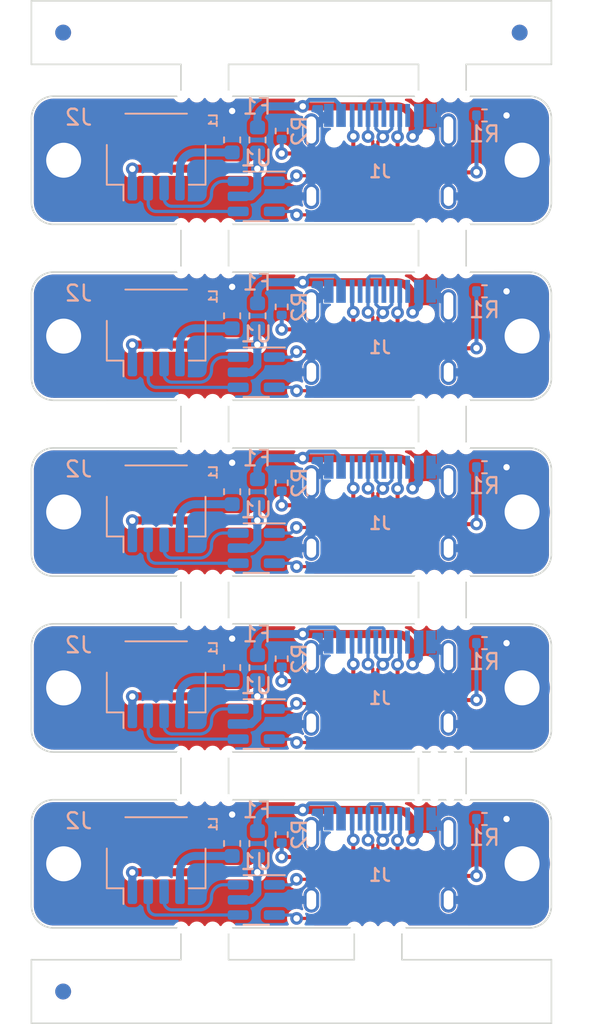
<source format=kicad_pcb>
(kicad_pcb (version 20211014) (generator pcbnew)
  (title_block (title "AKB DB") (rev "R1"))
  (layers (0 "F.Cu" signal) (31 "B.Cu" signal) (34 "B.Paste" user) (35 "F.Paste" user) (36 "B.SilkS" user "B.Silkscreen") (37 "F.SilkS" user "F.Silkscreen") (38 "B.Mask" user) (39 "F.Mask" user) (44 "Edge.Cuts" user))
  (net 0 "")
  (net 1 "Board_0-DBus+")
  (net 2 "Board_0-DBus-")
  (net 3 "Board_0-DN")
  (net 4 "Board_0-DP")
  (net 5 "Board_0-GND")
  (net 6 "Board_0-GNDPWR")
  (net 7 "Board_0-Net-(J1-PadA5)")
  (net 8 "Board_0-Net-(J1-PadB5)")
  (net 9 "Board_0-VBUS")
  (net 10 "Board_0-VCC")
  (net 11 "Board_1-DBus+")
  (net 12 "Board_1-DBus-")
  (net 13 "Board_1-DN")
  (net 14 "Board_1-DP")
  (net 15 "Board_1-GND")
  (net 16 "Board_1-GNDPWR")
  (net 17 "Board_1-Net-(J1-PadA5)")
  (net 18 "Board_1-Net-(J1-PadB5)")
  (net 19 "Board_1-VBUS")
  (net 20 "Board_1-VCC")
  (net 21 "Board_2-DBus+")
  (net 22 "Board_2-DBus-")
  (net 23 "Board_2-DN")
  (net 24 "Board_2-DP")
  (net 25 "Board_2-GND")
  (net 26 "Board_2-GNDPWR")
  (net 27 "Board_2-Net-(J1-PadA5)")
  (net 28 "Board_2-Net-(J1-PadB5)")
  (net 29 "Board_2-VBUS")
  (net 30 "Board_2-VCC")
  (net 31 "Board_3-DBus+")
  (net 32 "Board_3-DBus-")
  (net 33 "Board_3-DN")
  (net 34 "Board_3-DP")
  (net 35 "Board_3-GND")
  (net 36 "Board_3-GNDPWR")
  (net 37 "Board_3-Net-(J1-PadA5)")
  (net 38 "Board_3-Net-(J1-PadB5)")
  (net 39 "Board_3-VBUS")
  (net 40 "Board_3-VCC")
  (net 41 "Board_4-DBus+")
  (net 42 "Board_4-DBus-")
  (net 43 "Board_4-DN")
  (net 44 "Board_4-DP")
  (net 45 "Board_4-GND")
  (net 46 "Board_4-GNDPWR")
  (net 47 "Board_4-Net-(J1-PadA5)")
  (net 48 "Board_4-Net-(J1-PadB5)")
  (net 49 "Board_4-VBUS")
  (net 50 "Board_4-VCC")
  (footprint "NPTH" (layer "F.Cu") (at 84.212566 72.845587)
    (fp_text reference "REF**" hide)
    (fp_text value "NPTH" hide)
  )
  (footprint "NPTH" (layer "F.Cu") (at 84.212583 39.654249)
    (fp_text reference "REF**" hide)
    (fp_text value "NPTH" hide)
  )
  (footprint "NPTH" (layer "F.Cu") (at 66.24294 92.175546)
    (fp_text reference "REF**" hide)
    (fp_text value "NPTH" hide)
  )
  (footprint "NPTH" (layer "F.Cu") (at 68.24294 50.716548)
    (fp_text reference "REF**" hide)
    (fp_text value "NPTH" hide)
  )
  (footprint "NPTH" (layer "F.Cu") (at 66.24294 72.846716)
    (fp_text reference "REF**" hide)
    (fp_text value "NPTH" hide)
  )
  (footprint "NPTH" (layer "F.Cu") (at 66.242957 83.913055)
    (fp_text reference "REF**" hide)
    (fp_text value "NPTH" hide)
  )
  (footprint "NPTH" (layer "F.Cu") (at 69.24294 70.045799)
    (fp_text reference "REF**" hide)
    (fp_text value "NPTH" hide)
  )
  (footprint "NPTH" (layer "F.Cu") (at 80.16494 92.176716)
    (fp_text reference "REF**" hide)
    (fp_text value "NPTH" hide)
  )
  (footprint "NPTH" (layer "F.Cu") (at 83.212583 58.983179)
    (fp_text reference "REF**" hide)
    (fp_text value "NPTH" hide)
  )
  (footprint "NPTH" (layer "F.Cu") (at 67.24294 70.04563)
    (fp_text reference "REF**" hide)
    (fp_text value "NPTH" hide)
  )
  (footprint "NPTH" (layer "F.Cu") (at 68.242957 58.984043)
    (fp_text reference "REF**" hide)
    (fp_text value "NPTH" hide)
  )
  (footprint "random-keyboard-parts:Generic-Mounthole" (layer "F.Cu") (at 87.736431 65.907691)
    (fp_text reference "MH2" hide)
    (fp_text value "Mount-M2" hide)
  )
  (footprint "NPTH" (layer "F.Cu") (at 81.212583 58.983345)
    (fp_text reference "REF**" hide)
    (fp_text value "NPTH" hide)
  )
  (footprint "NPTH" (layer "F.Cu") (at 84.212566 50.715587)
    (fp_text reference "REF**" hide)
    (fp_text value "NPTH" hide)
  )
  (footprint "NPTH" (layer "F.Cu") (at 66.24294 70.045546)
    (fp_text reference "REF**" hide)
    (fp_text value "NPTH" hide)
  )
  (footprint "NPTH" (layer "F.Cu") (at 67.242957 39.653138)
    (fp_text reference "REF**" hide)
    (fp_text value "NPTH" hide)
  )
  (footprint "NPTH" (layer "F.Cu") (at 69.242957 81.11396)
    (fp_text reference "REF**" hide)
    (fp_text value "NPTH" hide)
  )
  (footprint "NPTH" (layer "F.Cu") (at 83.212566 70.046673)
    (fp_text reference "REF**" hide)
    (fp_text value "NPTH" hide)
  )
  (footprint "Fiducial" (layer "F.Cu") (at 58.820949 96.077391)
    (fp_text reference "REF**" hide)
    (fp_text value "Fiducial" hide)
  )
  (footprint "random-keyboard-parts:Generic-Mounthole" (layer "F.Cu") (at 58.852931 65.912373)
    (fp_text reference "MH1")
    (fp_text value "Mount-M2")
  )
  (footprint "NPTH" (layer "F.Cu") (at 67.24294 50.716632)
    (fp_text reference "REF**" hide)
    (fp_text value "NPTH" hide)
  )
  (footprint "NPTH" (layer "F.Cu") (at 83.212566 47.916673)
    (fp_text reference "REF**" hide)
    (fp_text value "NPTH" hide)
  )
  (footprint "NPTH" (layer "F.Cu") (at 82.212583 81.113262)
    (fp_text reference "REF**" hide)
    (fp_text value "NPTH" hide)
  )
  (footprint "random-keyboard-parts:Generic-Mounthole" (layer "F.Cu") (at 58.852931 54.847373)
    (fp_text reference "MH1")
    (fp_text value "Mount-M2")
  )
  (footprint "NPTH" (layer "F.Cu") (at 79.16494 92.176632)
    (fp_text reference "REF**" hide)
    (fp_text value "NPTH" hide)
  )
  (footprint "NPTH" (layer "F.Cu") (at 67.24294 47.91563)
    (fp_text reference "REF**" hide)
    (fp_text value "NPTH" hide)
  )
  (footprint "NPTH" (layer "F.Cu") (at 69.24294 72.846464)
    (fp_text reference "REF**" hide)
    (fp_text value "NPTH" hide)
  )
  (footprint "NPTH" (layer "F.Cu") (at 83.212583 83.914166)
    (fp_text reference "REF**" hide)
    (fp_text value "NPTH" hide)
  )
  (footprint "Fiducial" (layer "F.Cu") (at 58.820949 35.752391)
    (fp_text reference "REF**" hide)
    (fp_text value "Fiducial" hide)
  )
  (footprint "NPTH" (layer "F.Cu") (at 83.212583 39.654166)
    (fp_text reference "REF**" hide)
    (fp_text value "NPTH" hide)
  )
  (footprint "NPTH" (layer "F.Cu") (at 66.242957 39.653055)
    (fp_text reference "REF**" hide)
    (fp_text value "NPTH" hide)
  )
  (footprint "NPTH" (layer "F.Cu") (at 69.242957 61.783304)
    (fp_text reference "REF**" hide)
    (fp_text value "NPTH" hide)
  )
  (footprint "Fiducial" (layer "F.Cu") (at 87.586948 35.752391)
    (fp_text reference "REF**" hide)
    (fp_text value "Fiducial" hide)
  )
  (footprint "NPTH" (layer "F.Cu") (at 83.212583 81.113179)
    (fp_text reference "REF**" hide)
    (fp_text value "NPTH" hide)
  )
  (footprint "NPTH" (layer "F.Cu") (at 81.212583 61.784001)
    (fp_text reference "REF**" hide)
    (fp_text value "NPTH" hide)
  )
  (footprint "NPTH" (layer "F.Cu") (at 68.242957 61.783221)
    (fp_text reference "REF**" hide)
    (fp_text value "NPTH" hide)
  )
  (footprint "NPTH" (layer "F.Cu") (at 67.24294 92.17563)
    (fp_text reference "REF**" hide)
    (fp_text value "NPTH" hide)
  )
  (footprint "NPTH" (layer "F.Cu") (at 69.242957 83.913304)
    (fp_text reference "REF**" hide)
    (fp_text value "NPTH" hide)
  )
  (footprint "NPTH" (layer "F.Cu") (at 77.16494 92.176464)
    (fp_text reference "REF**" hide)
    (fp_text value "NPTH" hide)
  )
  (footprint "random-keyboard-parts:Generic-Mounthole" (layer "F.Cu") (at 87.736431 43.777691)
    (fp_text reference "MH2" hide)
    (fp_text value "Mount-M2" hide)
  )
  (footprint "NPTH" (layer "F.Cu") (at 81.212566 72.84584)
    (fp_text reference "REF**" hide)
    (fp_text value "NPTH" hide)
  )
  (footprint "NPTH" (layer "F.Cu") (at 84.212583 61.784249)
    (fp_text reference "REF**" hide)
    (fp_text value "NPTH" hide)
  )
  (footprint "NPTH" (layer "F.Cu") (at 81.212566 70.046505)
    (fp_text reference "REF**" hide)
    (fp_text value "NPTH" hide)
  )
  (footprint "NPTH" (layer "F.Cu") (at 68.24294 70.045714)
    (fp_text reference "REF**" hide)
    (fp_text value "NPTH" hide)
  )
  (footprint "NPTH" (layer "F.Cu") (at 67.242957 58.984125)
    (fp_text reference "REF**" hide)
    (fp_text value "NPTH" hide)
  )
  (footprint "NPTH" (layer "F.Cu") (at 68.24294 47.915714)
    (fp_text reference "REF**" hide)
    (fp_text value "NPTH" hide)
  )
  (footprint "random-keyboard-parts:Generic-Mounthole" (layer "F.Cu") (at 58.852931 88.042373)
    (fp_text reference "MH1")
    (fp_text value "Mount-M2")
  )
  (footprint "NPTH" (layer "F.Cu") (at 82.212566 72.845755)
    (fp_text reference "REF**" hide)
    (fp_text value "NPTH" hide)
  )
  (footprint "NPTH" (layer "F.Cu") (at 83.212566 72.845671)
    (fp_text reference "REF**" hide)
    (fp_text value "NPTH" hide)
  )
  (footprint "NPTH" (layer "F.Cu") (at 68.24294 72.846548)
    (fp_text reference "REF**" hide)
    (fp_text value "NPTH" hide)
  )
  (footprint "NPTH" (layer "F.Cu") (at 68.242957 83.913221)
    (fp_text reference "REF**" hide)
    (fp_text value "NPTH" hide)
  )
  (footprint "NPTH" (layer "F.Cu") (at 67.242957 83.913138)
    (fp_text reference "REF**" hide)
    (fp_text value "NPTH" hide)
  )
  (footprint "NPTH" (layer "F.Cu") (at 69.24294 92.175799)
    (fp_text reference "REF**" hide)
    (fp_text value "NPTH" hide)
  )
  (footprint "NPTH" (layer "F.Cu") (at 82.212566 50.715755)
    (fp_text reference "REF**" hide)
    (fp_text value "NPTH" hide)
  )
  (footprint "NPTH" (layer "F.Cu") (at 66.242957 81.114208)
    (fp_text reference "REF**" hide)
    (fp_text value "NPTH" hide)
  )
  (footprint "NPTH" (layer "F.Cu") (at 81.212566 47.916505)
    (fp_text reference "REF**" hide)
    (fp_text value "NPTH" hide)
  )
  (footprint "NPTH" (layer "F.Cu") (at 66.242957 61.783055)
    (fp_text reference "REF**" hide)
    (fp_text value "NPTH" hide)
  )
  (footprint "random-keyboard-parts:Generic-Mounthole" (layer "F.Cu") (at 58.852931 76.977373)
    (fp_text reference "MH1")
    (fp_text value "Mount-M2")
  )
  (footprint "NPTH" (layer "F.Cu") (at 69.24294 47.915799)
    (fp_text reference "REF**" hide)
    (fp_text value "NPTH" hide)
  )
  (footprint "random-keyboard-parts:Generic-Mounthole" (layer "F.Cu") (at 58.852931 43.782373)
    (fp_text reference "MH1")
    (fp_text value "Mount-M2")
  )
  (footprint "NPTH" (layer "F.Cu") (at 84.212583 83.914249)
    (fp_text reference "REF**" hide)
    (fp_text value "NPTH" hide)
  )
  (footprint "NPTH" (layer "F.Cu") (at 68.242957 81.114043)
    (fp_text reference "REF**" hide)
    (fp_text value "NPTH" hide)
  )
  (footprint "random-keyboard-parts:Generic-Mounthole" (layer "F.Cu") (at 87.736431 88.037691)
    (fp_text reference "MH2" hide)
    (fp_text value "Mount-M2" hide)
  )
  (footprint "random-keyboard-parts:Generic-Mounthole" (layer "F.Cu") (at 87.736431 54.842691)
    (fp_text reference "MH2" hide)
    (fp_text value "Mount-M2" hide)
  )
  (footprint "NPTH" (layer "F.Cu") (at 82.212583 39.654084)
    (fp_text reference "REF**" hide)
    (fp_text value "NPTH" hide)
  )
  (footprint "NPTH" (layer "F.Cu") (at 84.212566 47.916757)
    (fp_text reference "REF**" hide)
    (fp_text value "NPTH" hide)
  )
  (footprint "NPTH" (layer "F.Cu") (at 69.242957 58.98396)
    (fp_text reference "REF**" hide)
    (fp_text value "NPTH" hide)
  )
  (footprint "random-keyboard-parts:Generic-Mounthole" (layer "F.Cu") (at 87.736431 76.972691)
    (fp_text reference "MH2" hide)
    (fp_text value "Mount-M2" hide)
  )
  (footprint "NPTH" (layer "F.Cu") (at 66.24294 50.716716)
    (fp_text reference "REF**" hide)
    (fp_text value "NPTH" hide)
  )
  (footprint "NPTH" (layer "F.Cu") (at 84.212583 58.983096)
    (fp_text reference "REF**" hide)
    (fp_text value "NPTH" hide)
  )
  (footprint "NPTH" (layer "F.Cu") (at 82.212566 70.046589)
    (fp_text reference "REF**" hide)
    (fp_text value "NPTH" hide)
  )
  (footprint "NPTH" (layer "F.Cu") (at 84.212583 81.113096)
    (fp_text reference "REF**" hide)
    (fp_text value "NPTH" hide)
  )
  (footprint "NPTH" (layer "F.Cu") (at 84.212566 70.046757)
    (fp_text reference "REF**" hide)
    (fp_text value "NPTH" hide)
  )
  (footprint "NPTH" (layer "F.Cu") (at 67.242957 81.114125)
    (fp_text reference "REF**" hide)
    (fp_text value "NPTH" hide)
  )
  (footprint "NPTH" (layer "F.Cu") (at 81.212583 81.113345)
    (fp_text reference "REF**" hide)
    (fp_text value "NPTH" hide)
  )
  (footprint "NPTH" (layer "F.Cu") (at 68.242957 39.653221)
    (fp_text reference "REF**" hide)
    (fp_text value "NPTH" hide)
  )
  (footprint "NPTH" (layer "F.Cu") (at 83.212566 50.715671)
    (fp_text reference "REF**" hide)
    (fp_text value "NPTH" hide)
  )
  (footprint "NPTH" (layer "F.Cu") (at 81.212583 39.654001)
    (fp_text reference "REF**" hide)
    (fp_text value "NPTH" hide)
  )
  (footprint "NPTH" (layer "F.Cu") (at 82.212583 83.914084)
    (fp_text reference "REF**" hide)
    (fp_text value "NPTH" hide)
  )
  (footprint "NPTH" (layer "F.Cu") (at 69.24294 50.716464)
    (fp_text reference "REF**" hide)
    (fp_text value "NPTH" hide)
  )
  (footprint "NPTH" (layer "F.Cu") (at 78.16494 92.176548)
    (fp_text reference "REF**" hide)
    (fp_text value "NPTH" hide)
  )
  (footprint "NPTH" (layer "F.Cu") (at 69.242957 39.653304)
    (fp_text reference "REF**" hide)
    (fp_text value "NPTH" hide)
  )
  (footprint "NPTH" (layer "F.Cu") (at 66.242957 58.984208)
    (fp_text reference "REF**" hide)
    (fp_text value "NPTH" hide)
  )
  (footprint "NPTH" (layer "F.Cu") (at 68.24294 92.175714)
    (fp_text reference "REF**" hide)
    (fp_text value "NPTH" hide)
  )
  (footprint "NPTH" (layer "F.Cu") (at 67.24294 72.846632)
    (fp_text reference "REF**" hide)
    (fp_text value "NPTH" hide)
  )
  (footprint "NPTH" (layer "F.Cu") (at 82.212566 47.916589)
    (fp_text reference "REF**" hide)
    (fp_text value "NPTH" hide)
  )
  (footprint "NPTH" (layer "F.Cu") (at 82.212583 58.983262)
    (fp_text reference "REF**" hide)
    (fp_text value "NPTH" hide)
  )
  (footprint "NPTH" (layer "F.Cu") (at 83.212583 61.784166)
    (fp_text reference "REF**" hide)
    (fp_text value "NPTH" hide)
  )
  (footprint "NPTH" (layer "F.Cu") (at 81.212583 83.914001)
    (fp_text reference "REF**" hide)
    (fp_text value "NPTH" hide)
  )
  (footprint "NPTH" (layer "F.Cu") (at 66.24294 47.915546)
    (fp_text reference "REF**" hide)
    (fp_text value "NPTH" hide)
  )
  (footprint "NPTH" (layer "F.Cu") (at 67.242957 61.783138)
    (fp_text reference "REF**" hide)
    (fp_text value "NPTH" hide)
  )
  (footprint "NPTH" (layer "F.Cu") (at 81.212566 50.71584)
    (fp_text reference "REF**" hide)
    (fp_text value "NPTH" hide)
  )
  (footprint "NPTH" (layer "F.Cu") (at 82.212583 61.784084)
    (fp_text reference "REF**" hide)
    (fp_text value "NPTH" hide)
  )
  (footprint "Package_TO_SOT_SMD:SOT-23-6" (layer "B.Cu") (at 70.988931 68.184691 180)
    (fp_text reference "U1")
    (fp_text value "USBLC6-2SC6")
  )
  (footprint "cipulot_parts:HRO-TYPE-C-31-M-12-Assembly" (layer "B.Cu") (at 78.773326 81.790296 180)
    (fp_text reference "J1")
    (fp_text value "HRO-TYPE-C-31-M-12-Assembly")
  )
  (footprint "Inductor_SMD:L_0603_1608Metric" (layer "B.Cu") (at 69.468931 86.764691 -90)
    (fp_text reference "L1")
    (fp_text value "60R@100MHz")
  )
  (footprint "Fuse:Fuse_0603_1608Metric" (layer "B.Cu") (at 71.066431 75.702691 -90)
    (fp_text reference "F1")
    (fp_text value "ASMD1206-150")
  )
  (footprint "Resistor_SMD:R_0402_1005Metric" (layer "B.Cu") (at 72.591431 86.204691 90)
    (fp_text reference "R2")
    (fp_text value "5.1k")
  )
  (footprint "logo:JST_SH_SM04B-SRSS-TB_1x04-1MP_P1.00mm_Horizontal" (layer "B.Cu") (at 64.681431 54.602691)
    (fp_text reference "J2")
    (fp_text value "SM04B-SRSS-TB(LF)(SN)")
  )
  (footprint "Inductor_SMD:L_0603_1608Metric" (layer "B.Cu") (at 69.468931 53.569691 -90)
    (fp_text reference "L1")
    (fp_text value "60R@100MHz")
  )
  (footprint "Resistor_SMD:R_0402_1005Metric" (layer "B.Cu") (at 72.591431 64.074691 90)
    (fp_text reference "R2")
    (fp_text value "5.1k")
  )
  (footprint "Package_TO_SOT_SMD:SOT-23-6" (layer "B.Cu") (at 70.988931 46.054691 180)
    (fp_text reference "U1")
    (fp_text value "USBLC6-2SC6")
  )
  (footprint "Resistor_SMD:R_0402_1005Metric" (layer "B.Cu") (at 72.591431 41.944691 90)
    (fp_text reference "R2")
    (fp_text value "5.1k")
  )
  (footprint "logo:JST_SH_SM04B-SRSS-TB_1x04-1MP_P1.00mm_Horizontal" (layer "B.Cu") (at 64.681431 43.537691)
    (fp_text reference "J2")
    (fp_text value "SM04B-SRSS-TB(LF)(SN)")
  )
  (footprint "Resistor_SMD:R_0402_1005Metric" (layer "B.Cu") (at 85.368931 52.029691)
    (fp_text reference "R1")
    (fp_text value "5.1k")
  )
  (footprint "cipulot_parts:HRO-TYPE-C-31-M-12-Assembly" (layer "B.Cu") (at 78.781431 48.657691 180)
    (fp_text reference "J1")
    (fp_text value "HRO-TYPE-C-31-M-12-Assembly")
  )
  (footprint "Fiducial" (layer "B.Cu") (at 58.820949 96.077391)
    (fp_text reference "REF**" hide)
    (fp_text value "Fiducial" hide)
  )
  (footprint "Resistor_SMD:R_0402_1005Metric" (layer "B.Cu") (at 85.368931 74.159691)
    (fp_text reference "R1")
    (fp_text value "5.1k")
  )
  (footprint "Package_TO_SOT_SMD:SOT-23-6" (layer "B.Cu") (at 70.988931 57.119691 180)
    (fp_text reference "U1")
    (fp_text value "USBLC6-2SC6")
  )
  (footprint "Fuse:Fuse_0603_1608Metric" (layer "B.Cu") (at 71.066431 86.767691 -90)
    (fp_text reference "F1")
    (fp_text value "ASMD1206-150")
  )
  (footprint "cipulot_parts:HRO-TYPE-C-31-M-12-Assembly" (layer "B.Cu") (at 78.781431 59.722691 180)
    (fp_text reference "J1")
    (fp_text value "HRO-TYPE-C-31-M-12-Assembly")
  )
  (footprint "cipulot_parts:HRO-TYPE-C-31-M-12-Assembly" (layer "B.Cu") (at 78.781431 70.787691 180)
    (fp_text reference "J1")
    (fp_text value "HRO-TYPE-C-31-M-12-Assembly")
  )
  (footprint "Inductor_SMD:L_0603_1608Metric" (layer "B.Cu") (at 69.468931 75.699691 -90)
    (fp_text reference "L1")
    (fp_text value "60R@100MHz")
  )
  (footprint "Package_TO_SOT_SMD:SOT-23-6" (layer "B.Cu") (at 70.988931 90.314691 180)
    (fp_text reference "U1")
    (fp_text value "USBLC6-2SC6")
  )
  (footprint "Fuse:Fuse_0603_1608Metric" (layer "B.Cu") (at 71.066431 53.572691 -90)
    (fp_text reference "F1")
    (fp_text value "ASMD1206-150")
  )
  (footprint "Inductor_SMD:L_0603_1608Metric" (layer "B.Cu") (at 69.468931 42.504691 -90)
    (fp_text reference "L1")
    (fp_text value "60R@100MHz")
  )
  (footprint "Resistor_SMD:R_0402_1005Metric" (layer "B.Cu") (at 72.591431 53.009691 90)
    (fp_text reference "R2")
    (fp_text value "5.1k")
  )
  (footprint "logo:JST_SH_SM04B-SRSS-TB_1x04-1MP_P1.00mm_Horizontal" (layer "B.Cu") (at 64.681431 76.732691)
    (fp_text reference "J2")
    (fp_text value "SM04B-SRSS-TB(LF)(SN)")
  )
  (footprint "cipulot_parts:HRO-TYPE-C-31-M-12-Assembly" (layer "B.Cu") (at 78.781431 92.917691 180)
    (fp_text reference "J1")
    (fp_text value "HRO-TYPE-C-31-M-12-Assembly")
  )
  (footprint "Fiducial" (layer "B.Cu") (at 58.820949 35.752391)
    (fp_text reference "REF**" hide)
    (fp_text value "Fiducial" hide)
  )
  (footprint "Package_TO_SOT_SMD:SOT-23-6" (layer "B.Cu") (at 70.988931 79.249691 180)
    (fp_text reference "U1")
    (fp_text value "USBLC6-2SC6")
  )
  (footprint "Fuse:Fuse_0603_1608Metric" (layer "B.Cu") (at 71.066431 42.507691 -90)
    (fp_text reference "F1")
    (fp_text value "ASMD1206-150")
  )
  (footprint "Resistor_SMD:R_0402_1005Metric" (layer "B.Cu") (at 85.368931 40.964691)
    (fp_text reference "R1")
    (fp_text value "5.1k")
  )
  (footprint "logo:JST_SH_SM04B-SRSS-TB_1x04-1MP_P1.00mm_Horizontal" (layer "B.Cu") (at 64.681431 65.667691)
    (fp_text reference "J2")
    (fp_text value "SM04B-SRSS-TB(LF)(SN)")
  )
  (footprint "Resistor_SMD:R_0402_1005Metric" (layer "B.Cu") (at 85.368931 85.224691)
    (fp_text reference "R1")
    (fp_text value "5.1k")
  )
  (footprint "Resistor_SMD:R_0402_1005Metric" (layer "B.Cu") (at 85.368931 63.094691)
    (fp_text reference "R1")
    (fp_text value "5.1k")
  )
  (footprint "Inductor_SMD:L_0603_1608Metric" (layer "B.Cu") (at 69.468931 64.634691 -90)
    (fp_text reference "L1")
    (fp_text value "60R@100MHz")
  )
  (footprint "logo:JST_SH_SM04B-SRSS-TB_1x04-1MP_P1.00mm_Horizontal" (layer "B.Cu") (at 64.681431 87.797691)
    (fp_text reference "J2")
    (fp_text value "SM04B-SRSS-TB(LF)(SN)")
  )
  (footprint "Fuse:Fuse_0603_1608Metric" (layer "B.Cu") (at 71.066431 64.637691 -90)
    (fp_text reference "F1")
    (fp_text value "ASMD1206-150")
  )
  (footprint "Resistor_SMD:R_0402_1005Metric" (layer "B.Cu") (at 72.591431 75.139691 90)
    (fp_text reference "R2")
    (fp_text value "5.1k")
  )
  (footprint "Fiducial" (layer "B.Cu") (at 87.586948 35.752391)
    (fp_text reference "REF**" hide)
    (fp_text value "Fiducial" hide)
  )
  (gr_line (start 88.40594 84.029609) (end 88.333271 84.020042) (layer "Edge.Cuts") (width 0.1))
  (gr_line (start 57.870018 47.77268) (end 57.939113 47.788714) (layer "Edge.Cuts") (width 0.1))
  (gr_line (start 57.604381 91.934298) (end 57.668834 91.963913) (layer "Edge.Cuts") (width 0.1))
  (gr_line (start 57.180534 62.345601) (end 57.132933 62.401334) (layer "Edge.Cuts") (width 0.1))
  (gr_line (start 88.673162 91.990242) (end 88.739033 91.96393) (layer "Edge.Cuts") (width 0.1))
  (gr_line (start 56.889456 40.719753) (end 56.868638 40.790029) (layer "Edge.Cuts") (width 0.1))
  (gr_line (start 69.242949 84.013304) (end 69.242949 81.01396) (layer "Edge.Cuts") (width 0.1))
  (gr_line (start 56.851527 85.121299) (end 56.838169 85.193366) (layer "Edge.Cuts") (width 0.1))
  (gr_line (start 89.336006 91.477157) (end 89.375039 91.41793) (layer "Edge.Cuts") (width 0.1))
  (gr_line (start 58.079295 81.005189) (end 58.223931 81.014873) (layer "Edge.Cuts") (width 0.1))
  (gr_line (start 88.927486 91.865489) (end 88.986712 91.826455) (layer "Edge.Cuts") (width 0.1))
  (gr_line (start 89.249198 47.329304) (end 89.294023 47.274331) (layer "Edge.Cuts") (width 0.1))
  (gr_line (start 58.150021 69.945576) (end 66.242949 69.945546) (layer "Edge.Cuts") (width 0.1))
  (gr_line (start 89.579749 68.689009) (end 89.585134 68.618282) (layer "Edge.Cuts") (width 0.1))
  (gr_line (start 89.493955 73.845656) (end 89.465905 73.77794) (layer "Edge.Cuts") (width 0.1))
  (gr_line (start 56.820949 68.547372) (end 56.822744 68.61828) (layer "Edge.Cuts") (width 0.1))
  (gr_line (start 88.739033 91.96393) (end 88.803487 91.934315) (layer "Edge.Cuts") (width 0.1))
  (gr_line (start 57.180534 73.410601) (end 57.132933 73.466334) (layer "Edge.Cuts") (width 0.1))
  (gr_line (start 57.78831 73.01591) (end 57.719219 73.040376) (layer "Edge.Cuts") (width 0.1))
  (gr_line (start 57.719219 50.910376) (end 57.651504 50.938425) (layer "Edge.Cuts") (width 0.1))
  (gr_line (start 88.822521 62.034963) (end 88.756365 62.003408) (layer "Edge.Cuts") (width 0.1))
  (gr_line (start 88.328567 69.940207) (end 88.398931 69.931246) (layer "Edge.Cuts") (width 0.1))
  (gr_line (start 57.230987 62.292435) (end 57.180534 62.345601) (layer "Edge.Cuts") (width 0.1))
  (gr_line (start 89.043885 80.719472) (end 89.098858 80.674647) (layer "Edge.Cuts") (width 0.1))
  (gr_line (start 57.284154 62.241982) (end 57.230987 62.292435) (layer "Edge.Cuts") (width 0.1))
  (gr_line (start 57.458441 73.173248) (end 57.398037 73.214762) (layer "Edge.Cuts") (width 0.1))
  (gr_line (start 89.53924 51.855025) (end 89.518422 51.784747) (layer "Edge.Cuts") (width 0.1))
  (gr_line (start 89.53924 73.985025) (end 89.518422 73.914747) (layer "Edge.Cuts") (width 0.1))
  (gr_line (start 57.132933 84.531334) (end 57.088313 84.589482) (layer "Edge.Cuts") (width 0.1))
  (gr_line (start 89.294023 91.534331) (end 89.336006 91.477157) (layer "Edge.Cuts") (width 0.1))
  (gr_line (start 88.822521 84.164963) (end 88.756365 84.133408) (layer "Edge.Cuts") (width 0.1))
  (gr_line (start 57.363986 69.654457) (end 57.421159 69.69644) (layer "Edge.Cuts") (width 0.1))
  (gr_line (start 89.399376 62.582371) (end 89.361078 62.519876) (layer "Edge.Cuts") (width 0.1))
  (gr_line (start 56.849603 79.894188) (end 56.865636 79.963284) (layer "Edge.Cuts") (width 0.1))
  (gr_line (start 88.756365 39.873408) (end 88.688648 39.84536) (layer "Edge.Cuts") (width 0.1))
  (gr_line (start 89.443862 58.098931) (end 89.473477 58.034476) (layer "Edge.Cuts") (width 0.1))
  (gr_line (start 89.473477 46.969476) (end 89.499788 46.903605) (layer "Edge.Cuts") (width 0.1))
  (gr_line (start 57.651504 50.938425) (end 57.585349 50.969979) (layer "Edge.Cuts") (width 0.1))
  (gr_line (start 89.22734 84.475588) (end 89.176886 84.422422) (layer "Edge.Cuts") (width 0.1))
  (gr_line (start 56.823931 74.344873) (end 56.820949 79.612372) (layer "Edge.Cuts") (width 0.1))
  (gr_line (start 58.220931 61.882391) (end 58.147661 61.884309) (layer "Edge.Cuts") (width 0.1))
  (gr_line (start 57.929856 61.912983) (end 57.858587 61.930094) (layer "Edge.Cuts") (width 0.1))
  (gr_line (start 56.823931 41.154873) (end 56.820949 46.417372) (layer "Edge.Cuts") (width 0.1))
  (gr_line (start 58.150021 47.815576) (end 66.242949 47.815546) (layer "Edge.Cuts") (width 0.1))
  (gr_line (start 57.339888 62.194381) (end 57.284154 62.241982) (layer "Edge.Cuts") (width 0.1))
  (gr_line (start 88.183931 72.944873) (end 84.212574 72.945587) (layer "Edge.Cuts") (width 0.1))
  (gr_line (start 88.803487 47.674315) (end 88.866358 47.641473) (layer "Edge.Cuts") (width 0.1))
  (gr_line (start 88.803487 69.804315) (end 88.866358 69.771473) (layer "Edge.Cuts") (width 0.1))
  (gr_line (start 88.40594 61.899609) (end 88.333271 61.890042) (layer "Edge.Cuts") (width 0.1))
  (gr_line (start 88.886934 51.004936) (end 88.822521 50.969963) (layer "Edge.Cuts") (width 0.1))
  (gr_line (start 57.520936 84.199952) (end 57.458441 84.238248) (layer "Edge.Cuts") (width 0.1))
  (gr_line (start 56.913923 51.715662) (end 56.889456 51.784753) (layer "Edge.Cuts") (width 0.1))
  (gr_line (start 56.964014 47.033922) (end 56.996855 47.096793) (layer "Edge.Cuts") (width 0.1))
  (gr_line (start 88.756365 62.003408) (end 88.688648 61.97536) (layer "Edge.Cuts") (width 0.1))
  (gr_line (start 88.619556 84.080893) (end 88.549279 84.060076) (layer "Edge.Cuts") (width 0.1))
  (gr_line (start 88.886934 73.134936) (end 88.822521 73.099963) (layer "Edge.Cuts") (width 0.1))
  (gr_line (start 57.585349 73.099979) (end 57.520936 73.134952) (layer "Edge.Cuts") (width 0.1))
  (gr_line (start 57.604381 80.869298) (end 57.668834 80.898913) (layer "Edge.Cuts") (width 0.1))
  (gr_line (start 66.242949 50.816716) (end 58.220931 50.817391) (layer "Edge.Cuts") (width 0.1))
  (gr_line (start 89.443862 47.033931) (end 89.473477 46.969476) (layer "Edge.Cuts") (width 0.1))
  (gr_line (start 89.411022 91.356803) (end 89.443862 91.293931) (layer "Edge.Cuts") (width 0.1))
  (gr_line (start 88.927486 80.800489) (end 88.986712 80.761455) (layer "Edge.Cuts") (width 0.1))
  (gr_line (start 89.123719 62.241969) (end 89.067984 62.194367) (layer "Edge.Cuts") (width 0.1))
  (gr_line (start 88.688648 61.97536) (end 88.619556 61.950893) (layer "Edge.Cuts") (width 0.1))
  (gr_line (start 89.176886 62.292422) (end 89.123719 62.241969) (layer "Edge.Cuts") (width 0.1))
  (gr_line (start 56.82285 63.209103) (end 56.823931 63.284873) (layer "Edge.Cuts") (width 0.1))
  (gr_line (start 57.113852 80.469319) (end 57.158676 80.524292) (layer "Edge.Cuts") (width 0.1))
  (gr_line (start 89.249198 69.459304) (end 89.294023 69.404331) (layer "Edge.Cuts") (width 0.1))
  (gr_line (start 56.865636 57.833284) (end 56.885148 57.901479) (layer "Edge.Cuts") (width 0.1))
  (gr_line (start 89.570789 90.889373) (end 89.579749 90.819009) (layer "Edge.Cuts") (width 0.1))
  (gr_line (start 56.908089 57.968598) (end 56.9344 58.034468) (layer "Edge.Cuts") (width 0.1))
  (gr_line (start 57.929856 50.847983) (end 57.858587 50.865094) (layer "Edge.Cuts") (width 0.1))
  (gr_line (start 89.583931 90.674873) (end 89.586948 85.412372) (layer "Edge.Cuts") (width 0.1))
  (gr_line (start 84.212574 69.946757) (end 88.186931 69.947391) (layer "Edge.Cuts") (width 0.1))
  (gr_line (start 56.885148 91.096479) (end 56.908089 91.163598) (layer "Edge.Cuts") (width 0.1))
  (gr_line (start 89.569709 74.128363) (end 89.556352 74.056295) (layer "Edge.Cuts") (width 0.1))
  (gr_line (start 89.570789 79.824373) (end 89.579749 79.754009) (layer "Edge.Cuts") (width 0.1))
  (gr_line (start 89.067984 84.324367) (end 89.009835 84.279748) (layer "Edge.Cuts") (width 0.1))
  (gr_line (start 88.25784 92.075594) (end 88.328567 92.070207) (layer "Edge.Cuts") (width 0.1))
  (gr_line (start 56.973527 40.516793) (end 56.941972 40.582947) (layer "Edge.Cuts") (width 0.1))
  (gr_line (start 57.939113 58.853714) (end 58.008932 58.866228) (layer "Edge.Cuts") (width 0.1))
  (gr_line (start 88.549279 50.865076) (end 88.478008 50.847966) (layer "Edge.Cuts") (width 0.1))
  (gr_line (start 58.220931 39.752391) (end 58.147661 39.754309) (layer "Edge.Cuts") (width 0.1))
  (gr_line (start 56.82285 41.079103) (end 56.823931 41.154873) (layer "Edge.Cuts") (width 0.1))
  (gr_line (start 89.067984 73.259367) (end 89.009835 73.214748) (layer "Edge.Cuts") (width 0.1))
  (gr_line (start 88.328567 58.875207) (end 88.398931 58.866246) (layer "Edge.Cuts") (width 0.1))
  (gr_line (start 88.25784 47.815594) (end 88.328567 47.810207) (layer "Edge.Cuts") (width 0.1))
  (gr_line (start 57.398037 62.149762) (end 57.339888 62.194381) (layer "Edge.Cuts") (width 0.1))
  (gr_line (start 57.113852 69.404319) (end 57.158676 69.459292) (layer "Edge.Cuts") (width 0.1))
  (gr_line (start 89.443862 69.163931) (end 89.473477 69.099476) (layer "Edge.Cuts") (width 0.1))
  (gr_line (start 89.176886 73.357422) (end 89.123719 73.306969) (layer "Edge.Cuts") (width 0.1))
  (gr_line (start 88.866358 80.836473) (end 88.927486 80.800489) (layer "Edge.Cuts") (width 0.1))
  (gr_line (start 89.558276 68.829193) (end 89.570789 68.759373) (layer "Edge.Cuts") (width 0.1))
  (gr_line (start 88.673162 69.860242) (end 88.739033 69.83393) (layer "Edge.Cuts") (width 0.1))
  (gr_line (start 89.499788 46.903605) (end 89.52273 46.836485) (layer "Edge.Cuts") (width 0.1))
  (gr_line (start 58.147661 39.754309) (end 58.074592 39.76006) (layer "Edge.Cuts") (width 0.1))
  (gr_line (start 58.008932 69.931228) (end 58.079295 69.940189) (layer "Edge.Cuts") (width 0.1))
  (gr_line (start 57.284154 84.371982) (end 57.230987 84.422435) (layer "Edge.Cuts") (width 0.1))
  (gr_line (start 56.889456 51.784753) (end 56.868638 51.855029) (layer "Edge.Cuts") (width 0.1))
  (gr_line (start 84.212574 37.752432) (end 89.586948 37.752391) (layer "Edge.Cuts") (width 0.1))
  (gr_line (start 80.164948 94.077391) (end 80.164948 92.076716) (layer "Edge.Cuts") (width 0.1))
  (gr_line (start 56.838169 85.193366) (end 56.828602 85.266034) (layer "Edge.Cuts") (width 0.1))
  (gr_line (start 89.473477 80.164476) (end 89.499788 80.098605) (layer "Edge.Cuts") (width 0.1))
  (gr_line (start 81.212574 50.81584) (end 69.242949 50.816464) (layer "Edge.Cuts") (width 0.1))
  (gr_line (start 88.927486 47.605489) (end 88.986712 47.566455) (layer "Edge.Cuts") (width 0.1))
  (gr_line (start 56.908089 69.033598) (end 56.9344 69.099468) (layer "Edge.Cuts") (width 0.1))
  (gr_line (start 88.260201 39.754291) (end 84.212574 39.754249) (layer "Edge.Cuts") (width 0.1))
  (gr_line (start 89.361078 40.389876) (end 89.319563 40.329472) (layer "Edge.Cuts") (width 0.1))
  (gr_line (start 58.220931 72.947391) (end 58.147661 72.949309) (layer "Edge.Cuts") (width 0.1))
  (gr_line (start 89.443862 91.293931) (end 89.473477 91.229476) (layer "Edge.Cuts") (width 0.1))
  (gr_line (start 89.556352 62.991295) (end 89.53924 62.920025) (layer "Edge.Cuts") (width 0.1))
  (gr_line (start 57.585349 50.969979) (end 57.520936 51.004952) (layer "Edge.Cuts") (width 0.1))
  (gr_line (start 58.220931 84.012391) (end 58.147661 84.014309) (layer "Edge.Cuts") (width 0.1))
  (gr_line (start 66.242949 39.753055) (end 58.220931 39.752391) (layer "Edge.Cuts") (width 0.1))
  (gr_line (start 88.468751 92.048732) (end 88.537847 92.032698) (layer "Edge.Cuts") (width 0.1))
  (gr_line (start 57.939113 92.048714) (end 58.008932 92.061228) (layer "Edge.Cuts") (width 0.1))
  (gr_line (start 69.242949 69.945799) (end 81.212574 69.946505) (layer "Edge.Cuts") (width 0.1))
  (gr_line (start 56.964014 91.293922) (end 56.996855 91.356793) (layer "Edge.Cuts") (width 0.1))
  (gr_line (start 88.40594 39.769609) (end 88.333271 39.760042) (layer "Edge.Cuts") (width 0.1))
  (gr_line (start 89.473477 69.099476) (end 89.499788 69.033605) (layer "Edge.Cuts") (width 0.1))
  (gr_line (start 56.851527 62.991299) (end 56.838169 63.063366) (layer "Edge.Cuts") (width 0.1))
  (gr_line (start 88.186931 58.882391) (end 88.25784 58.880594) (layer "Edge.Cuts") (width 0.1))
  (gr_line (start 89.399376 84.712371) (end 89.361078 84.649876) (layer "Edge.Cuts") (width 0.1))
  (gr_line (start 57.008501 73.64738) (end 56.973527 73.711793) (layer "Edge.Cuts") (width 0.1))
  (gr_line (start 58.223931 58.884873) (end 66.242949 58.884208) (layer "Edge.Cuts") (width 0.1))
  (gr_line (start 88.866358 69.771473) (end 88.927486 69.735489) (layer "Edge.Cuts") (width 0.1))
  (gr_line (start 57.520936 39.939952) (end 57.458441 39.978248) (layer "Edge.Cuts") (width 0.1))
  (gr_line (start 89.585134 46.488282) (end 89.583931 46.414873) (layer "Edge.Cuts") (width 0.1))
  (gr_line (start 56.822744 46.48828) (end 56.82813 46.559007) (layer "Edge.Cuts") (width 0.1))
  (gr_line (start 88.986712 47.566455) (end 89.043885 47.524472) (layer "Edge.Cuts") (width 0.1))
  (gr_line (start 88.25784 81.010594) (end 88.328567 81.005207) (layer "Edge.Cuts") (width 0.1))
  (gr_line (start 57.07187 58.282146) (end 57.113852 58.339319) (layer "Edge.Cuts") (width 0.1))
  (gr_line (start 88.478008 50.847966) (end 88.40594 50.834609) (layer "Edge.Cuts") (width 0.1))
  (gr_line (start 88.468751 58.853732) (end 88.537847 58.837698) (layer "Edge.Cuts") (width 0.1))
  (gr_line (start 89.098858 80.674647) (end 89.15149 80.627094) (layer "Edge.Cuts") (width 0.1))
  (gr_line (start 56.889456 84.979753) (end 56.868638 85.050029) (layer "Edge.Cuts") (width 0.1))
  (gr_line (start 89.586948 41.152372) (end 89.585029 41.079102) (layer "Edge.Cuts") (width 0.1))
  (gr_line (start 56.822744 68.61828) (end 56.82813 68.689007) (layer "Edge.Cuts") (width 0.1))
  (gr_line (start 88.803487 80.869315) (end 88.866358 80.836473) (layer "Edge.Cuts") (width 0.1))
  (gr_line (start 89.586948 98.077391) (end 89.586948 94.077391) (layer "Edge.Cuts") (width 0.1))
  (gr_line (start 57.113852 91.534319) (end 57.158676 91.589292) (layer "Edge.Cuts") (width 0.1))
  (gr_line (start 57.008501 40.45238) (end 56.973527 40.516793) (layer "Edge.Cuts") (width 0.1))
  (gr_line (start 89.361078 62.519876) (end 89.319563 62.459472) (layer "Edge.Cuts") (width 0.1))
  (gr_line (start 89.558276 79.894193) (end 89.570789 79.824373) (layer "Edge.Cuts") (width 0.1))
  (gr_line (start 57.651504 39.873425) (end 57.585349 39.904979) (layer "Edge.Cuts") (width 0.1))
  (gr_line (start 57.158676 58.394292) (end 57.206227 58.446924) (layer "Edge.Cuts") (width 0.1))
  (gr_line (start 89.585029 85.339102) (end 89.579277 85.266032) (layer "Edge.Cuts") (width 0.1))
  (gr_line (start 89.009835 62.149748) (end 88.949429 62.108233) (layer "Edge.Cuts") (width 0.1))
  (gr_line (start 89.52273 80.031485) (end 89.542242 79.963289) (layer "Edge.Cuts") (width 0.1))
  (gr_line (start 58.008932 92.061228) (end 58.079295 92.070189) (layer "Edge.Cuts") (width 0.1))
  (gr_line (start 89.493955 84.910656) (end 89.465905 84.84294) (layer "Edge.Cuts") (width 0.1))
  (gr_line (start 89.465905 40.58294) (end 89.43435 40.516784) (layer "Edge.Cuts") (width 0.1))
  (gr_line (start 69.242949 39.753304) (end 69.242949 37.752391) (layer "Edge.Cuts") (width 0.1))
  (gr_line (start 57.339888 51.129381) (end 57.284154 51.176982) (layer "Edge.Cuts") (width 0.1))
  (gr_line (start 66.242949 37.752391) (end 66.242949 39.753055) (layer "Edge.Cuts") (width 0.1))
  (gr_line (start 57.604381 69.804298) (end 57.668834 69.833913) (layer "Edge.Cuts") (width 0.1))
  (gr_line (start 89.123719 73.306969) (end 89.067984 73.259367) (layer "Edge.Cuts") (width 0.1))
  (gr_line (start 89.518422 40.719747) (end 89.493955 40.650656) (layer "Edge.Cuts") (width 0.1))
  (gr_line (start 57.78831 61.95091) (end 57.719219 61.975376) (layer "Edge.Cuts") (width 0.1))
  (gr_line (start 57.088313 73.524482) (end 57.046798 73.584886) (layer "Edge.Cuts") (width 0.1))
  (gr_line (start 89.465905 84.84294) (end 89.43435 84.776784) (layer "Edge.Cuts") (width 0.1))
  (gr_line (start 89.274942 62.401323) (end 89.22734 62.345588) (layer "Edge.Cuts") (width 0.1))
  (gr_line (start 89.583931 68.544873) (end 89.586948 63.282372) (layer "Edge.Cuts") (width 0.1))
  (gr_line (start 88.739033 80.89893) (end 88.803487 80.869315) (layer "Edge.Cuts") (width 0.1))
  (gr_line (start 57.132933 62.401334) (end 57.088313 62.459482) (layer "Edge.Cuts") (width 0.1))
  (gr_line (start 88.25784 69.945594) (end 88.328567 69.940207) (layer "Edge.Cuts") (width 0.1))
  (gr_line (start 89.52273 57.901485) (end 89.542242 57.833289) (layer "Edge.Cuts") (width 0.1))
  (gr_line (start 89.542242 68.898289) (end 89.558276 68.829193) (layer "Edge.Cuts") (width 0.1))
  (gr_line (start 56.9344 46.969468) (end 56.964014 47.033922) (layer "Edge.Cuts") (width 0.1))
  (gr_line (start 56.996855 58.161793) (end 57.032837 58.22292) (layer "Edge.Cuts") (width 0.1))
  (gr_line (start 89.22734 40.215588) (end 89.176886 40.162422) (layer "Edge.Cuts") (width 0.1))
  (gr_line (start 56.820949 90.677372) (end 56.822744 90.74828) (layer "Edge.Cuts") (width 0.1))
  (gr_line (start 88.866358 47.641473) (end 88.927486 47.605489) (layer "Edge.Cuts") (width 0.1))
  (gr_line (start 57.929856 72.977983) (end 57.858587 72.995094) (layer "Edge.Cuts") (width 0.1))
  (gr_line (start 77.164948 92.076464) (end 77.164948 94.077391) (layer "Edge.Cuts") (width 0.1))
  (gr_line (start 88.986712 80.761455) (end 89.043885 80.719472) (layer "Edge.Cuts") (width 0.1))
  (gr_line (start 56.820949 98.077391) (end 89.586948 98.077391) (layer "Edge.Cuts") (width 0.1))
  (gr_line (start 89.336006 58.282157) (end 89.375039 58.22293) (layer "Edge.Cuts") (width 0.1))
  (gr_line (start 88.688648 73.04036) (end 88.619556 73.015893) (layer "Edge.Cuts") (width 0.1))
  (gr_line (start 57.046798 51.454886) (end 57.008501 51.51738) (layer "Edge.Cuts") (width 0.1))
  (gr_line (start 88.949429 39.978233) (end 88.886934 39.939936) (layer "Edge.Cuts") (width 0.1))
  (gr_line (start 89.274942 40.271323) (end 89.22734 40.215588) (layer "Edge.Cuts") (width 0.1))
  (gr_line (start 89.586948 74.347372) (end 89.585029 74.274102) (layer "Edge.Cuts") (width 0.1))
  (gr_line (start 89.579749 57.624009) (end 89.585134 57.553282) (layer "Edge.Cuts") (width 0.1))
  (gr_line (start 89.52273 91.096485) (end 89.542242 91.028289) (layer "Edge.Cuts") (width 0.1))
  (gr_line (start 57.719219 61.975376) (end 57.651504 62.003425) (layer "Edge.Cuts") (width 0.1))
  (gr_line (start 57.113852 58.339319) (end 57.158676 58.394292) (layer "Edge.Cuts") (width 0.1))
  (gr_line (start 89.375039 69.28793) (end 89.411022 69.226803) (layer "Edge.Cuts") (width 0.1))
  (gr_line (start 57.801823 69.883167) (end 57.870018 69.90268) (layer "Edge.Cuts") (width 0.1))
  (gr_line (start 89.570789 57.694373) (end 89.579749 57.624009) (layer "Edge.Cuts") (width 0.1))
  (gr_line (start 57.458441 39.978248) (end 57.398037 40.019762) (layer "Edge.Cuts") (width 0.1))
  (gr_line (start 56.941972 62.712947) (end 56.913923 62.780662) (layer "Edge.Cuts") (width 0.1))
  (gr_line (start 57.541511 69.771457) (end 57.604381 69.804298) (layer "Edge.Cuts") (width 0.1))
  (gr_line (start 56.996855 80.291793) (end 57.032837 80.35292) (layer "Edge.Cuts") (width 0.1))
  (gr_line (start 88.688648 84.10536) (end 88.619556 84.080893) (layer "Edge.Cuts") (width 0.1))
  (gr_line (start 88.927486 58.670489) (end 88.986712 58.631455) (layer "Edge.Cuts") (width 0.1))
  (gr_line (start 57.421159 91.82644) (end 57.480384 91.865473) (layer "Edge.Cuts") (width 0.1))
  (gr_line (start 88.822521 50.969963) (end 88.756365 50.938408) (layer "Edge.Cuts") (width 0.1))
  (gr_line (start 56.828602 41.006034) (end 56.82285 41.079103) (layer "Edge.Cuts") (width 0.1))
  (gr_line (start 88.688648 50.91036) (end 88.619556 50.885893) (layer "Edge.Cuts") (width 0.1))
  (gr_line (start 89.499788 91.163605) (end 89.52273 91.096485) (layer "Edge.Cuts") (width 0.1))
  (gr_line (start 89.274942 73.466323) (end 89.22734 73.410588) (layer "Edge.Cuts") (width 0.1))
  (gr_line (start 88.186931 81.012391) (end 88.25784 81.010594) (layer "Edge.Cuts") (width 0.1))
  (gr_line (start 57.858587 39.800094) (end 57.78831 39.82091) (layer "Edge.Cuts") (width 0.1))
  (gr_line (start 88.333271 61.890042) (end 88.260201 61.884291) (layer "Edge.Cuts") (width 0.1))
  (gr_line (start 89.067984 40.064367) (end 89.009835 40.019748) (layer "Edge.Cuts") (width 0.1))
  (gr_line (start 57.132933 40.271334) (end 57.088313 40.329482) (layer "Edge.Cuts") (width 0.1))
  (gr_line (start 56.822744 90.74828) (end 56.82813 90.819007) (layer "Edge.Cuts") (width 0.1))
  (gr_line (start 89.319563 40.329472) (end 89.274942 40.271323) (layer "Edge.Cuts") (width 0.1))
  (gr_line (start 58.001924 72.964627) (end 57.929856 72.977983) (layer "Edge.Cuts") (width 0.1))
  (gr_line (start 58.223931 81.014873) (end 66.242949 81.014208) (layer "Edge.Cuts") (width 0.1))
  (gr_line (start 88.866358 58.706473) (end 88.927486 58.670489) (layer "Edge.Cuts") (width 0.1))
  (gr_line (start 57.309014 69.609632) (end 57.363986 69.654457) (layer "Edge.Cuts") (width 0.1))
  (gr_line (start 57.939113 80.983714) (end 58.008932 80.996228) (layer "Edge.Cuts") (width 0.1))
  (gr_line (start 56.849603 90.959188) (end 56.865636 91.028284) (layer "Edge.Cuts") (width 0.1))
  (gr_line (start 89.569709 51.998363) (end 89.556352 51.926295) (layer "Edge.Cuts") (width 0.1))
  (gr_line (start 89.579277 41.006032) (end 89.569709 40.933363) (layer "Edge.Cuts") (width 0.1))
  (gr_line (start 89.542242 79.963289) (end 89.558276 79.894193) (layer "Edge.Cuts") (width 0.1))
  (gr_line (start 56.828602 85.266034) (end 56.82285 85.339103) (layer "Edge.Cuts") (width 0.1))
  (gr_line (start 89.274942 51.336323) (end 89.22734 51.280588) (layer "Edge.Cuts") (width 0.1))
  (gr_line (start 89.176886 40.162422) (end 89.123719 40.111969) (layer "Edge.Cuts") (width 0.1))
  (gr_line (start 88.25784 58.880594) (end 88.328567 58.875207) (layer "Edge.Cuts") (width 0.1))
  (gr_line (start 80.164948 92.076716) (end 88.186931 92.077391) (layer "Edge.Cuts") (width 0.1))
  (gr_line (start 57.421159 58.63144) (end 57.480384 58.670473) (layer "Edge.Cuts") (width 0.1))
  (gr_line (start 57.008501 84.71238) (end 56.973527 84.776793) (layer "Edge.Cuts") (width 0.1))
  (gr_line (start 88.949429 62.108233) (end 88.886934 62.069936) (layer "Edge.Cuts") (width 0.1))
  (gr_line (start 88.537847 80.967698) (end 88.606042 80.948184) (layer "Edge.Cuts") (width 0.1))
  (gr_line (start 56.83709 90.88937) (end 56.849603 90.959188) (layer "Edge.Cuts") (width 0.1))
  (gr_line (start 89.123719 84.371969) (end 89.067984 84.324367) (layer "Edge.Cuts") (width 0.1))
  (gr_line (start 57.458441 51.043248) (end 57.398037 51.084762) (layer "Edge.Cuts") (width 0.1))
  (gr_line (start 57.458441 62.108248) (end 57.398037 62.149762) (layer "Edge.Cuts") (width 0.1))
  (gr_line (start 57.256382 91.692081) (end 57.309014 91.739632) (layer "Edge.Cuts") (width 0.1))
  (gr_line (start 81.212574 72.94584) (end 69.242949 72.946464) (layer "Edge.Cuts") (width 0.1))
  (gr_line (start 69.242949 37.752391) (end 81.212574 37.752432) (layer "Edge.Cuts") (width 0.1))
  (gr_line (start 88.739033 69.83393) (end 88.803487 69.804315) (layer "Edge.Cuts") (width 0.1))
  (gr_line (start 57.032837 58.22292) (end 57.07187 58.282146) (layer "Edge.Cuts") (width 0.1))
  (gr_line (start 56.838169 51.998366) (end 56.828602 52.071034) (layer "Edge.Cuts") (width 0.1))
  (gr_line (start 56.82285 52.144103) (end 56.823931 52.214873) (layer "Edge.Cuts") (width 0.1))
  (gr_line (start 88.398931 47.801246) (end 88.468751 47.788732) (layer "Edge.Cuts") (width 0.1))
  (gr_line (start 69.242949 72.946464) (end 69.242949 69.945799) (layer "Edge.Cuts") (width 0.1))
  (gr_line (start 57.309014 91.739632) (end 57.363986 91.784457) (layer "Edge.Cuts") (width 0.1))
  (gr_line (start 57.520936 73.134952) (end 57.458441 73.173248) (layer "Edge.Cuts") (width 0.1))
  (gr_line (start 89.473477 91.229476) (end 89.499788 91.163605) (layer "Edge.Cuts") (width 0.1))
  (gr_line (start 56.908089 46.903598) (end 56.9344 46.969468) (layer "Edge.Cuts") (width 0.1))
  (gr_line (start 56.82813 46.559007) (end 56.83709 46.62937) (layer "Edge.Cuts") (width 0.1))
  (gr_line (start 56.973527 51.581793) (end 56.941972 51.647947) (layer "Edge.Cuts") (width 0.1))
  (gr_line (start 56.828602 52.071034) (end 56.82285 52.144103) (layer "Edge.Cuts") (width 0.1))
  (gr_line (start 56.820949 57.482372) (end 56.822744 57.55328) (layer "Edge.Cuts") (width 0.1))
  (gr_line (start 57.206227 91.641924) (end 57.256382 91.692081) (layer "Edge.Cuts") (width 0.1))
  (gr_line (start 56.941972 73.777947) (end 56.913923 73.845662) (layer "Edge.Cuts") (width 0.1))
  (gr_line (start 89.585134 79.683282) (end 89.583931 79.614873) (layer "Edge.Cuts") (width 0.1))
  (gr_line (start 89.542242 46.768289) (end 89.558276 46.699193) (layer "Edge.Cuts") (width 0.1))
  (gr_line (start 57.284154 73.306982) (end 57.230987 73.357435) (layer "Edge.Cuts") (width 0.1))
  (gr_line (start 58.079295 69.940189) (end 58.150021 69.945576) (layer "Edge.Cuts") (width 0.1))
  (gr_line (start 84.212574 61.884249) (end 84.212574 58.883096) (layer "Edge.Cuts") (width 0.1))
  (gr_line (start 81.212574 37.752432) (end 81.212574 39.754001) (layer "Edge.Cuts") (width 0.1))
  (gr_line (start 58.001924 84.029627) (end 57.929856 84.042983) (layer "Edge.Cuts") (width 0.1))
  (gr_line (start 57.480384 69.735473) (end 57.541511 69.771457) (layer "Edge.Cuts") (width 0.1))
  (gr_line (start 56.865636 68.898284) (end 56.885148 68.966479) (layer "Edge.Cuts") (width 0.1))
  (gr_line (start 89.399376 40.452371) (end 89.361078 40.389876) (layer "Edge.Cuts") (width 0.1))
  (gr_line (start 66.242949 84.013055) (end 58.220931 84.012391) (layer "Edge.Cuts") (width 0.1))
  (gr_line (start 88.40594 50.834609) (end 88.333271 50.825042) (layer "Edge.Cuts") (width 0.1))
  (gr_line (start 89.542242 57.833289) (end 89.558276 57.764193) (layer "Edge.Cuts") (width 0.1))
  (gr_line (start 57.398037 51.084762) (end 57.339888 51.129381) (layer "Edge.Cuts") (width 0.1))
  (gr_line (start 56.823931 85.414873) (end 56.820949 90.677372) (layer "Edge.Cuts") (width 0.1))
  (gr_line (start 57.206227 58.446924) (end 57.256382 58.497081) (layer "Edge.Cuts") (width 0.1))
  (gr_line (start 88.822521 73.099963) (end 88.756365 73.068408) (layer "Edge.Cuts") (width 0.1))
  (gr_line (start 88.986712 91.826455) (end 89.043885 91.784472) (layer "Edge.Cuts") (width 0.1))
  (gr_line (start 56.828602 74.201034) (end 56.82285 74.274103) (layer "Edge.Cuts") (width 0.1))
  (gr_line (start 56.83709 46.62937) (end 56.849603 46.699188) (layer "Edge.Cuts") (width 0.1))
  (gr_line (start 57.339888 84.324381) (end 57.284154 84.371982) (layer "Edge.Cuts") (width 0.1))
  (gr_line (start 57.113852 47.274319) (end 57.158676 47.329292) (layer "Edge.Cuts") (width 0.1))
  (gr_line (start 56.849603 46.699188) (end 56.865636 46.768284) (layer "Edge.Cuts") (width 0.1))
  (gr_line (start 89.15149 58.497094) (end 89.201647 58.446937) (layer "Edge.Cuts") (width 0.1))
  (gr_line (start 69.242949 92.075799) (end 77.164948 92.076464) (layer "Edge.Cuts") (width 0.1))
  (gr_line (start 57.668834 58.768913) (end 57.734705 58.795225) (layer "Edge.Cuts") (width 0.1))
  (gr_line (start 57.870018 92.03268) (end 57.939113 92.048714) (layer "Edge.Cuts") (width 0.1))
  (gr_line (start 88.537847 69.902698) (end 88.606042 69.883184) (layer "Edge.Cuts") (width 0.1))
  (gr_line (start 56.908089 91.163598) (end 56.9344 91.229468) (layer "Edge.Cuts") (width 0.1))
  (gr_line (start 56.868638 40.790029) (end 56.851527 40.861299) (layer "Edge.Cuts") (width 0.1))
  (gr_line (start 56.868638 73.985029) (end 56.851527 74.056299) (layer "Edge.Cuts") (width 0.1))
  (gr_line (start 89.518422 62.849747) (end 89.493955 62.780656) (layer "Edge.Cuts") (width 0.1))
  (gr_line (start 89.586948 33.752391) (end 56.820949 33.752391) (layer "Edge.Cuts") (width 0.1))
  (gr_line (start 89.319563 84.589472) (end 89.274942 84.531323) (layer "Edge.Cuts") (width 0.1))
  (gr_line (start 57.132933 73.466334) (end 57.088313 73.524482) (layer "Edge.Cuts") (width 0.1))
  (gr_line (start 89.586948 85.412372) (end 89.585029 85.339102) (layer "Edge.Cuts") (width 0.1))
  (gr_line (start 89.585134 68.618282) (end 89.583931 68.544873) (layer "Edge.Cuts") (width 0.1))
  (gr_line (start 56.889456 73.914753) (end 56.868638 73.985029) (layer "Edge.Cuts") (width 0.1))
  (gr_line (start 57.541511 91.901457) (end 57.604381 91.934298) (layer "Edge.Cuts") (width 0.1))
  (gr_line (start 88.606042 47.753184) (end 88.673162 47.730242) (layer "Edge.Cuts") (width 0.1))
  (gr_line (start 88.886934 39.939936) (end 88.822521 39.904963) (layer "Edge.Cuts") (width 0.1))
  (gr_line (start 58.147661 61.884309) (end 58.074592 61.89006) (layer "Edge.Cuts") (width 0.1))
  (gr_line (start 88.673162 80.925242) (end 88.739033 80.89893) (layer "Edge.Cuts") (width 0.1))
  (gr_line (start 56.820949 94.077391) (end 56.820949 98.077391) (layer "Edge.Cuts") (width 0.1))
  (gr_line (start 69.242949 58.88396) (end 81.212574 58.883345) (layer "Edge.Cuts") (width 0.1))
  (gr_line (start 89.411022 58.161803) (end 89.443862 58.098931) (layer "Edge.Cuts") (width 0.1))
  (gr_line (start 57.158676 80.524292) (end 57.206227 80.576924) (layer "Edge.Cuts") (width 0.1))
  (gr_line (start 57.458441 84.238248) (end 57.398037 84.279762) (layer "Edge.Cuts") (width 0.1))
  (gr_line (start 84.212574 50.815587) (end 84.212574 47.816757) (layer "Edge.Cuts") (width 0.1))
  (gr_line (start 57.870018 58.83768) (end 57.939113 58.853714) (layer "Edge.Cuts") (width 0.1))
  (gr_line (start 80.164948 84.014208) (end 69.242949 84.013304) (layer "Edge.Cuts") (width 0.1))
  (gr_line (start 88.756365 50.938408) (end 88.688648 50.91036) (layer "Edge.Cuts") (width 0.1))
  (gr_line (start 57.801823 92.013167) (end 57.870018 92.03268) (layer "Edge.Cuts") (width 0.1))
  (gr_line (start 88.398931 69.931246) (end 88.468751 69.918732) (layer "Edge.Cuts") (width 0.1))
  (gr_line (start 58.147661 72.949309) (end 58.074592 72.95506) (layer "Edge.Cuts") (width 0.1))
  (gr_line (start 57.858587 72.995094) (end 57.78831 73.01591) (layer "Edge.Cuts") (width 0.1))
  (gr_line (start 57.480384 58.670473) (end 57.541511 58.706457) (layer "Edge.Cuts") (width 0.1))
  (gr_line (start 56.941972 40.582947) (end 56.913923 40.650662) (layer "Edge.Cuts") (width 0.1))
  (gr_line (start 89.556352 51.926295) (end 89.53924 51.855025) (layer "Edge.Cuts") (width 0.1))
  (gr_line (start 88.688648 39.84536) (end 88.619556 39.820893) (layer "Edge.Cuts") (width 0.1))
  (gr_line (start 56.822744 79.68328) (end 56.82813 79.754007) (layer "Edge.Cuts") (width 0.1))
  (gr_line (start 57.180534 84.475601) (end 57.132933 84.531334) (layer "Edge.Cuts") (width 0.1))
  (gr_line (start 66.242949 69.945546) (end 66.242949 72.946716) (layer "Edge.Cuts") (width 0.1))
  (gr_line (start 58.147661 50.819309) (end 58.074592 50.82506) (layer "Edge.Cuts") (width 0.1))
  (gr_line (start 88.886934 84.199936) (end 88.822521 84.164963) (layer "Edge.Cuts") (width 0.1))
  (gr_line (start 56.838169 63.063366) (end 56.828602 63.136034) (layer "Edge.Cuts") (width 0.1))
  (gr_line (start 57.088313 84.589482) (end 57.046798 84.649886) (layer "Edge.Cuts") (width 0.1))
  (gr_line (start 57.719219 73.040376) (end 57.651504 73.068425) (layer "Edge.Cuts") (width 0.1))
  (gr_line (start 57.158676 47.329292) (end 57.206227 47.381924) (layer "Edge.Cuts") (width 0.1))
  (gr_line (start 89.067984 62.194367) (end 89.009835 62.149748) (layer "Edge.Cuts") (width 0.1))
  (gr_line (start 57.421159 69.69644) (end 57.480384 69.735473) (layer "Edge.Cuts") (width 0.1))
  (gr_line (start 56.849603 68.829188) (end 56.865636 68.898284) (layer "Edge.Cuts") (width 0.1))
  (gr_line (start 89.176886 84.422422) (end 89.123719 84.371969) (layer "Edge.Cuts") (width 0.1))
  (gr_line (start 57.480384 47.605473) (end 57.541511 47.641457) (layer "Edge.Cuts") (width 0.1))
  (gr_line (start 89.579277 85.266032) (end 89.569709 85.193363) (layer "Edge.Cuts") (width 0.1))
  (gr_line (start 89.15149 69.562094) (end 89.201647 69.511937) (layer "Edge.Cuts") (width 0.1))
  (gr_line (start 89.43435 62.646784) (end 89.399376 62.582371) (layer "Edge.Cuts") (width 0.1))
  (gr_line (start 89.542242 91.028289) (end 89.558276 90.959193) (layer "Edge.Cuts") (width 0.1))
  (gr_line (start 88.739033 58.76893) (end 88.803487 58.739315) (layer "Edge.Cuts") (width 0.1))
  (gr_line (start 58.079295 47.810189) (end 58.150021 47.815576) (layer "Edge.Cuts") (width 0.1))
  (gr_line (start 89.336006 47.217157) (end 89.375039 47.15793) (layer "Edge.Cuts") (width 0.1))
  (gr_line (start 89.201647 80.576937) (end 89.249198 80.524304) (layer "Edge.Cuts") (width 0.1))
  (gr_line (start 57.309014 58.544632) (end 57.363986 58.589457) (layer "Edge.Cuts") (width 0.1))
  (gr_line (start 88.619556 73.015893) (end 88.549279 72.995076) (layer "Edge.Cuts") (width 0.1))
  (gr_line (start 89.570789 46.629373) (end 89.579749 46.559009) (layer "Edge.Cuts") (width 0.1))
  (gr_line (start 57.585349 62.034979) (end 57.520936 62.069952) (layer "Edge.Cuts") (width 0.1))
  (gr_line (start 57.520936 51.004952) (end 57.458441 51.043248) (layer "Edge.Cuts") (width 0.1))
  (gr_line (start 89.493955 51.715656) (end 89.465905 51.64794) (layer "Edge.Cuts") (width 0.1))
  (gr_line (start 57.398037 40.019762) (end 57.339888 40.064381) (layer "Edge.Cuts") (width 0.1))
  (gr_line (start 89.52273 46.836485) (end 89.542242 46.768289) (layer "Edge.Cuts") (width 0.1))
  (gr_line (start 57.858587 61.930094) (end 57.78831 61.95091) (layer "Edge.Cuts") (width 0.1))
  (gr_line (start 56.83709 57.69437) (end 56.849603 57.764188) (layer "Edge.Cuts") (width 0.1))
  (gr_line (start 57.604381 47.674298) (end 57.668834 47.703913) (layer "Edge.Cuts") (width 0.1))
  (gr_line (start 88.186931 47.817391) (end 88.25784 47.815594) (layer "Edge.Cuts") (width 0.1))
  (gr_line (start 57.801823 80.948167) (end 57.870018 80.96768) (layer "Edge.Cuts") (width 0.1))
  (gr_line (start 89.201647 69.511937) (end 89.249198 69.459304) (layer "Edge.Cuts") (width 0.1))
  (gr_line (start 89.319563 51.394472) (end 89.274942 51.336323) (layer "Edge.Cuts") (width 0.1))
  (gr_line (start 57.480384 91.865473) (end 57.541511 91.901457) (layer "Edge.Cuts") (width 0.1))
  (gr_line (start 66.242949 72.946716) (end 58.220931 72.947391) (layer "Edge.Cuts") (width 0.1))
  (gr_line (start 89.123719 40.111969) (end 89.067984 40.064367) (layer "Edge.Cuts") (width 0.1))
  (gr_line (start 56.973527 73.711793) (end 56.941972 73.777947) (layer "Edge.Cuts") (width 0.1))
  (gr_line (start 89.583931 79.614873) (end 89.586948 74.347372) (layer "Edge.Cuts") (width 0.1))
  (gr_line (start 89.411022 80.291803) (end 89.443862 80.228931) (layer "Edge.Cuts") (width 0.1))
  (gr_line (start 57.78831 84.08091) (end 57.719219 84.105376) (layer "Edge.Cuts") (width 0.1))
  (gr_line (start 89.583931 46.414873) (end 89.586948 41.152372) (layer "Edge.Cuts") (width 0.1))
  (gr_line (start 57.07187 80.412146) (end 57.113852 80.469319) (layer "Edge.Cuts") (width 0.1))
  (gr_line (start 57.284154 40.111982) (end 57.230987 40.162435) (layer "Edge.Cuts") (width 0.1))
  (gr_line (start 56.868638 85.050029) (end 56.851527 85.121299) (layer "Edge.Cuts") (width 0.1))
  (gr_line (start 66.242949 58.884208) (end 66.242949 61.883055) (layer "Edge.Cuts") (width 0.1))
  (gr_line (start 56.885148 57.901479) (end 56.908089 57.968598) (layer "Edge.Cuts") (width 0.1))
  (gr_line (start 80.164948 81.013055) (end 88.186931 81.012391) (layer "Edge.Cuts") (width 0.1))
  (gr_line (start 89.579749 79.754009) (end 89.585134 79.683282) (layer "Edge.Cuts") (width 0.1))
  (gr_line (start 58.001924 39.769627) (end 57.929856 39.782983) (layer "Edge.Cuts") (width 0.1))
  (gr_line (start 84.212574 58.883096) (end 88.186931 58.882391) (layer "Edge.Cuts") (width 0.1))
  (gr_line (start 89.53924 62.920025) (end 89.518422 62.849747) (layer "Edge.Cuts") (width 0.1))
  (gr_line (start 57.929856 39.782983) (end 57.858587 39.800094) (layer "Edge.Cuts") (width 0.1))
  (gr_line (start 57.541511 58.706457) (end 57.604381 58.739298) (layer "Edge.Cuts") (width 0.1))
  (gr_line (start 89.067984 51.129367) (end 89.009835 51.084748) (layer "Edge.Cuts") (width 0.1))
  (gr_line (start 57.180534 51.280601) (end 57.132933 51.336334) (layer "Edge.Cuts") (width 0.1))
  (gr_line (start 89.176886 51.227422) (end 89.123719 51.176969) (layer "Edge.Cuts") (width 0.1))
  (gr_line (start 57.651504 62.003425) (end 57.585349 62.034979) (layer "Edge.Cuts") (width 0.1))
  (gr_line (start 57.734705 91.990225) (end 57.801823 92.013167) (layer "Edge.Cuts") (width 0.1))
  (gr_line (start 57.363986 91.784457) (end 57.421159 91.82644) (layer "Edge.Cuts") (width 0.1))
  (gr_line (start 57.046798 84.649886) (end 57.008501 84.71238) (layer "Edge.Cuts") (width 0.1))
  (gr_line (start 81.212574 39.754001) (end 69.242949 39.753304) (layer "Edge.Cuts") (width 0.1))
  (gr_line (start 88.866358 91.901473) (end 88.927486 91.865489) (layer "Edge.Cuts") (width 0.1))
  (gr_line (start 89.15149 80.627094) (end 89.201647 80.576937) (layer "Edge.Cuts") (width 0.1))
  (gr_line (start 57.801823 58.818167) (end 57.870018 58.83768) (layer "Edge.Cuts") (width 0.1))
  (gr_line (start 89.556352 40.861295) (end 89.53924 40.790025) (layer "Edge.Cuts") (width 0.1))
  (gr_line (start 89.009835 40.019748) (end 88.949429 39.978233) (layer "Edge.Cuts") (width 0.1))
  (gr_line (start 89.585029 41.079102) (end 89.579277 41.006032) (layer "Edge.Cuts") (width 0.1))
  (gr_line (start 56.82813 79.754007) (end 56.83709 79.82437) (layer "Edge.Cuts") (width 0.1))
  (gr_line (start 56.9344 58.034468) (end 56.964014 58.098922) (layer "Edge.Cuts") (width 0.1))
  (gr_line (start 88.673162 58.795242) (end 88.739033 58.76893) (layer "Edge.Cuts") (width 0.1))
  (gr_line (start 89.009835 73.214748) (end 88.949429 73.173233) (layer "Edge.Cuts") (width 0.1))
  (gr_line (start 66.242949 81.014208) (end 66.242949 84.013055) (layer "Edge.Cuts") (width 0.1))
  (gr_line (start 57.858587 84.060094) (end 57.78831 84.08091) (layer "Edge.Cuts") (width 0.1))
  (gr_line (start 88.803487 91.934315) (end 88.866358 91.901473) (layer "Edge.Cuts") (width 0.1))
  (gr_line (start 89.361078 51.454876) (end 89.319563 51.394472) (layer "Edge.Cuts") (width 0.1))
  (gr_line (start 88.478008 84.042966) (end 88.40594 84.029609) (layer "Edge.Cuts") (width 0.1))
  (gr_line (start 56.996855 69.226793) (end 57.032837 69.28792) (layer "Edge.Cuts") (width 0.1))
  (gr_line (start 57.668834 69.833913) (end 57.734705 69.860225) (layer "Edge.Cuts") (width 0.1))
  (gr_line (start 57.668834 47.703913) (end 57.734705 47.730225) (layer "Edge.Cuts") (width 0.1))
  (gr_line (start 69.242949 61.883304) (end 69.242949 58.88396) (layer "Edge.Cuts") (width 0.1))
  (gr_line (start 89.249198 58.394304) (end 89.294023 58.339331) (layer "Edge.Cuts") (width 0.1))
  (gr_line (start 88.549279 39.800076) (end 88.478008 39.782966) (layer "Edge.Cuts") (width 0.1))
  (gr_line (start 57.032837 69.28792) (end 57.07187 69.347146) (layer "Edge.Cuts") (width 0.1))
  (gr_line (start 56.820949 33.752391) (end 56.820949 37.752391) (layer "Edge.Cuts") (width 0.1))
  (gr_line (start 88.927486 69.735489) (end 88.986712 69.696455) (layer "Edge.Cuts") (width 0.1))
  (gr_line (start 89.201647 91.641937) (end 89.249198 91.589304) (layer "Edge.Cuts") (width 0.1))
  (gr_line (start 57.230987 73.357435) (end 57.180534 73.410601) (layer "Edge.Cuts") (width 0.1))
  (gr_line (start 89.556352 74.056295) (end 89.53924 73.985025) (layer "Edge.Cuts") (width 0.1))
  (gr_line (start 57.585349 84.164979) (end 57.520936 84.199952) (layer "Edge.Cuts") (width 0.1))
  (gr_line (start 89.499788 69.033605) (end 89.52273 68.966485) (layer "Edge.Cuts") (width 0.1))
  (gr_line (start 88.260201 84.014291) (end 80.164948 84.014208) (layer "Edge.Cuts") (width 0.1))
  (gr_line (start 58.079295 92.070189) (end 58.150021 92.075576) (layer "Edge.Cuts") (width 0.1))
  (gr_line (start 57.008501 62.58238) (end 56.973527 62.646793) (layer "Edge.Cuts") (width 0.1))
  (gr_line (start 81.212574 61.884001) (end 69.242949 61.883304) (layer "Edge.Cuts") (width 0.1))
  (gr_line (start 89.465905 62.71294) (end 89.43435 62.646784) (layer "Edge.Cuts") (width 0.1))
  (gr_line (start 57.132933 51.336334) (end 57.088313 51.394482) (layer "Edge.Cuts") (width 0.1))
  (gr_line (start 88.398931 58.866246) (end 88.468751 58.853732) (layer "Edge.Cuts") (width 0.1))
  (gr_line (start 88.328567 47.810207) (end 88.398931 47.801246) (layer "Edge.Cuts") (width 0.1))
  (gr_line (start 57.230987 84.422435) (end 57.180534 84.475601) (layer "Edge.Cuts") (width 0.1))
  (gr_line (start 56.822744 57.55328) (end 56.82813 57.624007) (layer "Edge.Cuts") (width 0.1))
  (gr_line (start 84.212574 72.945587) (end 84.212574 69.946757) (layer "Edge.Cuts") (width 0.1))
  (gr_line (start 69.242949 94.077391) (end 69.242949 92.075799) (layer "Edge.Cuts") (width 0.1))
  (gr_line (start 84.212574 47.816757) (end 88.186931 47.817391) (layer "Edge.Cuts") (width 0.1))
  (gr_line (start 56.820949 46.417372) (end 56.822744 46.48828) (layer "Edge.Cuts") (width 0.1))
  (gr_line (start 57.363986 58.589457) (end 57.421159 58.63144) (layer "Edge.Cuts") (width 0.1))
  (gr_line (start 57.585349 39.904979) (end 57.520936 39.939952) (layer "Edge.Cuts") (width 0.1))
  (gr_line (start 89.569709 85.193363) (end 89.556352 85.121295) (layer "Edge.Cuts") (width 0.1))
  (gr_line (start 66.242949 47.815546) (end 66.242949 50.816716) (layer "Edge.Cuts") (width 0.1))
  (gr_line (start 89.399376 51.517371) (end 89.361078 51.454876) (layer "Edge.Cuts") (width 0.1))
  (gr_line (start 57.719219 84.105376) (end 57.651504 84.133425) (layer "Edge.Cuts") (width 0.1))
  (gr_line (start 89.569709 63.063363) (end 89.556352 62.991295) (layer "Edge.Cuts") (width 0.1))
  (gr_line (start 88.549279 72.995076) (end 88.478008 72.977966) (layer "Edge.Cuts") (width 0.1))
  (gr_line (start 88.398931 92.061246) (end 88.468751 92.048732) (layer "Edge.Cuts") (width 0.1))
  (gr_line (start 57.256382 69.562081) (end 57.309014 69.609632) (layer "Edge.Cuts") (width 0.1))
  (gr_line (start 56.913923 62.780662) (end 56.889456 62.849753) (layer "Edge.Cuts") (width 0.1))
  (gr_line (start 56.865636 79.963284) (end 56.885148 80.031479) (layer "Edge.Cuts") (width 0.1))
  (gr_line (start 89.375039 58.22293) (end 89.411022 58.161803) (layer "Edge.Cuts") (width 0.1))
  (gr_line (start 88.186931 69.947391) (end 88.25784 69.945594) (layer "Edge.Cuts") (width 0.1))
  (gr_line (start 57.734705 80.925225) (end 57.801823 80.948167) (layer "Edge.Cuts") (width 0.1))
  (gr_line (start 89.499788 57.968605) (end 89.52273 57.901485) (layer "Edge.Cuts") (width 0.1))
  (gr_line (start 84.212574 39.754249) (end 84.212574 37.752432) (layer "Edge.Cuts") (width 0.1))
  (gr_line (start 89.43435 40.516784) (end 89.399376 40.452371) (layer "Edge.Cuts") (width 0.1))
  (gr_line (start 89.585134 90.748282) (end 89.583931 90.674873) (layer "Edge.Cuts") (width 0.1))
  (gr_line (start 57.046798 73.584886) (end 57.008501 73.64738) (layer "Edge.Cuts") (width 0.1))
  (gr_line (start 57.046798 62.519886) (end 57.008501 62.58238) (layer "Edge.Cuts") (width 0.1))
  (gr_line (start 89.375039 91.41793) (end 89.411022 91.356803) (layer "Edge.Cuts") (width 0.1))
  (gr_line (start 89.249198 80.524304) (end 89.294023 80.469331) (layer "Edge.Cuts") (width 0.1))
  (gr_line (start 56.838169 40.933366) (end 56.828602 41.006034) (layer "Edge.Cuts") (width 0.1))
  (gr_line (start 56.889456 62.849753) (end 56.868638 62.920029) (layer "Edge.Cuts") (width 0.1))
  (gr_line (start 56.913923 40.650662) (end 56.889456 40.719753) (layer "Edge.Cuts") (width 0.1))
  (gr_line (start 89.319563 73.524472) (end 89.274942 73.466323) (layer "Edge.Cuts") (width 0.1))
  (gr_line (start 88.328567 92.070207) (end 88.398931 92.061246) (layer "Edge.Cuts") (width 0.1))
  (gr_line (start 57.256382 47.432081) (end 57.309014 47.479632) (layer "Edge.Cuts") (width 0.1))
  (gr_line (start 58.001924 61.899627) (end 57.929856 61.912983) (layer "Edge.Cuts") (width 0.1))
  (gr_line (start 56.913923 84.910662) (end 56.889456 84.979753) (layer "Edge.Cuts") (width 0.1))
  (gr_line (start 57.78831 39.82091) (end 57.719219 39.845376) (layer "Edge.Cuts") (width 0.1))
  (gr_line (start 57.339888 40.064381) (end 57.284154 40.111982) (layer "Edge.Cuts") (width 0.1))
  (gr_line (start 57.734705 58.795225) (end 57.801823 58.818167) (layer "Edge.Cuts") (width 0.1))
  (gr_line (start 57.801823 47.753167) (end 57.870018 47.77268) (layer "Edge.Cuts") (width 0.1))
  (gr_line (start 58.074592 84.02006) (end 58.001924 84.029627) (layer "Edge.Cuts") (width 0.1))
  (gr_line (start 57.309014 47.479632) (end 57.363986 47.524457) (layer "Edge.Cuts") (width 0.1))
  (gr_line (start 89.098858 91.739647) (end 89.15149 91.692094) (layer "Edge.Cuts") (width 0.1))
  (gr_line (start 88.803487 58.739315) (end 88.866358 58.706473) (layer "Edge.Cuts") (width 0.1))
  (gr_line (start 58.008932 80.996228) (end 58.079295 81.005189) (layer "Edge.Cuts") (width 0.1))
  (gr_line (start 89.201647 58.446937) (end 89.249198 58.394304) (layer "Edge.Cuts") (width 0.1))
  (gr_line (start 56.823931 52.214873) (end 56.820949 57.482372) (layer "Edge.Cuts") (width 0.1))
  (gr_line (start 88.606042 58.818184) (end 88.673162 58.795242) (layer "Edge.Cuts") (width 0.1))
  (gr_line (start 58.074592 50.82506) (end 58.001924 50.834627) (layer "Edge.Cuts") (width 0.1))
  (gr_line (start 89.53924 85.050025) (end 89.518422 84.979747) (layer "Edge.Cuts") (width 0.1))
  (gr_line (start 89.294023 47.274331) (end 89.336006 47.217157) (layer "Edge.Cuts") (width 0.1))
  (gr_line (start 89.009835 51.084748) (end 88.949429 51.043233) (layer "Edge.Cuts") (width 0.1))
  (gr_line (start 57.07187 91.477146) (end 57.113852 91.534319) (layer "Edge.Cuts") (width 0.1))
  (gr_line (start 56.964014 58.098922) (end 56.996855 58.161793) (layer "Edge.Cuts") (width 0.1))
  (gr_line (start 89.043885 47.524472) (end 89.098858 47.479647) (layer "Edge.Cuts") (width 0.1))
  (gr_line (start 57.870018 80.96768) (end 57.939113 80.983714) (layer "Edge.Cuts") (width 0.1))
  (gr_line (start 57.256382 80.627081) (end 57.309014 80.674632) (layer "Edge.Cuts") (width 0.1))
  (gr_line (start 56.868638 62.920029) (end 56.851527 62.991299) (layer "Edge.Cuts") (width 0.1))
  (gr_line (start 57.206227 47.381924) (end 57.256382 47.432081) (layer "Edge.Cuts") (width 0.1))
  (gr_line (start 88.606042 80.948184) (end 88.673162 80.925242) (layer "Edge.Cuts") (width 0.1))
  (gr_line (start 88.986712 69.696455) (end 89.043885 69.654472) (layer "Edge.Cuts") (width 0.1))
  (gr_line (start 57.719219 39.845376) (end 57.651504 39.873425) (layer "Edge.Cuts") (width 0.1))
  (gr_line (start 88.40594 72.964609) (end 88.333271 72.955042) (layer "Edge.Cuts") (width 0.1))
  (gr_line (start 89.411022 69.226803) (end 89.443862 69.163931) (layer "Edge.Cuts") (width 0.1))
  (gr_line (start 69.242949 81.01396) (end 80.164948 81.013055) (layer "Edge.Cuts") (width 0.1))
  (gr_line (start 88.478008 39.782966) (end 88.40594 39.769609) (layer "Edge.Cuts") (width 0.1))
  (gr_line (start 57.939113 69.918714) (end 58.008932 69.931228) (layer "Edge.Cuts") (width 0.1))
  (gr_line (start 57.421159 80.76144) (end 57.480384 80.800473) (layer "Edge.Cuts") (width 0.1))
  (gr_line (start 89.123719 51.176969) (end 89.067984 51.129367) (layer "Edge.Cuts") (width 0.1))
  (gr_line (start 56.83709 79.82437) (end 56.849603 79.894188) (layer "Edge.Cuts") (width 0.1))
  (gr_line (start 56.9344 69.099468) (end 56.964014 69.163922) (layer "Edge.Cuts") (width 0.1))
  (gr_line (start 56.82285 74.274103) (end 56.823931 74.344873) (layer "Edge.Cuts") (width 0.1))
  (gr_line (start 89.443862 80.228931) (end 89.473477 80.164476) (layer "Edge.Cuts") (width 0.1))
  (gr_line (start 56.996855 91.356793) (end 57.032837 91.41792) (layer "Edge.Cuts") (width 0.1))
  (gr_line (start 66.242949 61.883055) (end 58.220931 61.882391) (layer "Edge.Cuts") (width 0.1))
  (gr_line (start 88.619556 61.950893) (end 88.549279 61.930076) (layer "Edge.Cuts") (width 0.1))
  (gr_line (start 88.468751 47.788732) (end 88.537847 47.772698) (layer "Edge.Cuts") (width 0.1))
  (gr_line (start 77.164948 94.077391) (end 69.242949 94.077391) (layer "Edge.Cuts") (width 0.1))
  (gr_line (start 57.541511 47.641457) (end 57.604381 47.674298) (layer "Edge.Cuts") (width 0.1))
  (gr_line (start 56.865636 46.768284) (end 56.885148 46.836479) (layer "Edge.Cuts") (width 0.1))
  (gr_line (start 56.9344 80.164468) (end 56.964014 80.228922) (layer "Edge.Cuts") (width 0.1))
  (gr_line (start 56.82813 90.819007) (end 56.83709 90.88937) (layer "Edge.Cuts") (width 0.1))
  (gr_line (start 89.22734 73.410588) (end 89.176886 73.357422) (layer "Edge.Cuts") (width 0.1))
  (gr_line (start 88.468751 69.918732) (end 88.537847 69.902698) (layer "Edge.Cuts") (width 0.1))
  (gr_line (start 58.220931 50.817391) (end 58.147661 50.819309) (layer "Edge.Cuts") (width 0.1))
  (gr_line (start 88.398931 80.996246) (end 88.468751 80.983732) (layer "Edge.Cuts") (width 0.1))
  (gr_line (start 88.328567 81.005207) (end 88.398931 80.996246) (layer "Edge.Cuts") (width 0.1))
  (gr_line (start 56.941972 51.647947) (end 56.913923 51.715662) (layer "Edge.Cuts") (width 0.1))
  (gr_line (start 89.361078 73.584876) (end 89.319563 73.524472) (layer "Edge.Cuts") (width 0.1))
  (gr_line (start 81.212574 81.013345) (end 81.212574 84.014001) (layer "Edge.Cuts") (width 0.1))
  (gr_line (start 88.986712 58.631455) (end 89.043885 58.589472) (layer "Edge.Cuts") (width 0.1))
  (gr_line (start 89.201647 47.381937) (end 89.249198 47.329304) (layer "Edge.Cuts") (width 0.1))
  (gr_line (start 57.651504 73.068425) (end 57.585349 73.099979) (layer "Edge.Cuts") (width 0.1))
  (gr_line (start 56.941972 84.842947) (end 56.913923 84.910662) (layer "Edge.Cuts") (width 0.1))
  (gr_line (start 57.541511 80.836457) (end 57.604381 80.869298) (layer "Edge.Cuts") (width 0.1))
  (gr_line (start 57.363986 80.719457) (end 57.421159 80.76144) (layer "Edge.Cuts") (width 0.1))
  (gr_line (start 57.07187 47.217146) (end 57.113852 47.274319) (layer "Edge.Cuts") (width 0.1))
  (gr_line (start 57.78831 50.88591) (end 57.719219 50.910376) (layer "Edge.Cuts") (width 0.1))
  (gr_line (start 89.399376 73.647371) (end 89.361078 73.584876) (layer "Edge.Cuts") (width 0.1))
  (gr_line (start 88.333271 39.760042) (end 88.260201 39.754291) (layer "Edge.Cuts") (width 0.1))
  (gr_line (start 57.421159 47.56644) (end 57.480384 47.605473) (layer "Edge.Cuts") (width 0.1))
  (gr_line (start 89.579277 52.071032) (end 89.569709 51.998363) (layer "Edge.Cuts") (width 0.1))
  (gr_line (start 88.756365 84.133408) (end 88.688648 84.10536) (layer "Edge.Cuts") (width 0.1))
  (gr_line (start 88.537847 58.837698) (end 88.606042 58.818184) (layer "Edge.Cuts") (width 0.1))
  (gr_line (start 57.230987 51.227435) (end 57.180534 51.280601) (layer "Edge.Cuts") (width 0.1))
  (gr_line (start 89.294023 69.404331) (end 89.336006 69.347157) (layer "Edge.Cuts") (width 0.1))
  (gr_line (start 89.518422 84.979747) (end 89.493955 84.910656) (layer "Edge.Cuts") (width 0.1))
  (gr_line (start 57.398037 84.279762) (end 57.339888 84.324381) (layer "Edge.Cuts") (width 0.1))
  (gr_line (start 56.828602 63.136034) (end 56.82285 63.209103) (layer "Edge.Cuts") (width 0.1))
  (gr_line (start 89.043885 69.654472) (end 89.098858 69.609647) (layer "Edge.Cuts") (width 0.1))
  (gr_line (start 56.996855 47.096793) (end 57.032837 47.15792) (layer "Edge.Cuts") (width 0.1))
  (gr_line (start 57.088313 40.329482) (end 57.046798 40.389886) (layer "Edge.Cuts") (width 0.1))
  (gr_line (start 88.549279 61.930076) (end 88.478008 61.912966) (layer "Edge.Cuts") (width 0.1))
  (gr_line (start 57.309014 80.674632) (end 57.363986 80.719457) (layer "Edge.Cuts") (width 0.1))
  (gr_line (start 89.043885 91.784472) (end 89.098858 91.739647) (layer "Edge.Cuts") (width 0.1))
  (gr_line (start 88.537847 47.772698) (end 88.606042 47.753184) (layer "Edge.Cuts") (width 0.1))
  (gr_line (start 66.242949 92.075546) (end 66.242949 94.077391) (layer "Edge.Cuts") (width 0.1))
  (gr_line (start 89.43435 73.711784) (end 89.399376 73.647371) (layer "Edge.Cuts") (width 0.1))
  (gr_line (start 58.074592 72.95506) (end 58.001924 72.964627) (layer "Edge.Cuts") (width 0.1))
  (gr_line (start 89.336006 80.412157) (end 89.375039 80.35293) (layer "Edge.Cuts") (width 0.1))
  (gr_line (start 57.032837 80.35292) (end 57.07187 80.412146) (layer "Edge.Cuts") (width 0.1))
  (gr_line (start 57.088313 62.459482) (end 57.046798 62.519886) (layer "Edge.Cuts") (width 0.1))
  (gr_line (start 88.619556 50.885893) (end 88.549279 50.865076) (layer "Edge.Cuts") (width 0.1))
  (gr_line (start 89.375039 47.15793) (end 89.411022 47.096803) (layer "Edge.Cuts") (width 0.1))
  (gr_line (start 89.518422 73.914747) (end 89.493955 73.845656) (layer "Edge.Cuts") (width 0.1))
  (gr_line (start 88.478008 61.912966) (end 88.40594 61.899609) (layer "Edge.Cuts") (width 0.1))
  (gr_line (start 57.668834 91.963913) (end 57.734705 91.990225) (layer "Edge.Cuts") (width 0.1))
  (gr_line (start 89.586948 37.752391) (end 89.586948 33.752391) (layer "Edge.Cuts") (width 0.1))
  (gr_line (start 58.008932 58.866228) (end 58.079295 58.875189) (layer "Edge.Cuts") (width 0.1))
  (gr_line (start 88.260201 61.884291) (end 84.212574 61.884249) (layer "Edge.Cuts") (width 0.1))
  (gr_line (start 57.651504 84.133425) (end 57.585349 84.164979) (layer "Edge.Cuts") (width 0.1))
  (gr_line (start 89.579277 74.201032) (end 89.569709 74.128363) (layer "Edge.Cuts") (width 0.1))
  (gr_line (start 89.586948 94.077391) (end 80.164948 94.077391) (layer "Edge.Cuts") (width 0.1))
  (gr_line (start 57.929856 84.042983) (end 57.858587 84.060094) (layer "Edge.Cuts") (width 0.1))
  (gr_line (start 56.973527 84.776793) (end 56.941972 84.842947) (layer "Edge.Cuts") (width 0.1))
  (gr_line (start 81.212574 58.883345) (end 81.212574 61.884001) (layer "Edge.Cuts") (width 0.1))
  (gr_line (start 88.333271 72.955042) (end 88.183931 72.944873) (layer "Edge.Cuts") (width 0.1))
  (gr_line (start 57.046798 40.389886) (end 57.008501 40.45238) (layer "Edge.Cuts") (width 0.1))
  (gr_line (start 89.52273 68.966485) (end 89.542242 68.898289) (layer "Edge.Cuts") (width 0.1))
  (gr_line (start 88.822521 39.904963) (end 88.756365 39.873408) (layer "Edge.Cuts") (width 0.1))
  (gr_line (start 56.885148 68.966479) (end 56.908089 69.033598) (layer "Edge.Cuts") (width 0.1))
  (gr_line (start 89.43435 84.776784) (end 89.399376 84.712371) (layer "Edge.Cuts") (width 0.1))
  (gr_line (start 89.294023 58.339331) (end 89.336006 58.282157) (layer "Edge.Cuts") (width 0.1))
  (gr_line (start 58.008932 47.801228) (end 58.079295 47.810189) (layer "Edge.Cuts") (width 0.1))
  (gr_line (start 56.885148 80.031479) (end 56.908089 80.098598) (layer "Edge.Cuts") (width 0.1))
  (gr_line (start 89.294023 80.469331) (end 89.336006 80.412157) (layer "Edge.Cuts") (width 0.1))
  (gr_line (start 89.249198 91.589304) (end 89.294023 91.534331) (layer "Edge.Cuts") (width 0.1))
  (gr_line (start 56.851527 40.861299) (end 56.838169 40.933366) (layer "Edge.Cuts") (width 0.1))
  (gr_line (start 89.556352 85.121295) (end 89.53924 85.050025) (layer "Edge.Cuts") (width 0.1))
  (gr_line (start 56.885148 46.836479) (end 56.908089 46.903598) (layer "Edge.Cuts") (width 0.1))
  (gr_line (start 57.734705 47.730225) (end 57.801823 47.753167) (layer "Edge.Cuts") (width 0.1))
  (gr_line (start 57.284154 51.176982) (end 57.230987 51.227435) (layer "Edge.Cuts") (width 0.1))
  (gr_line (start 57.858587 50.865094) (end 57.78831 50.88591) (layer "Edge.Cuts") (width 0.1))
  (gr_line (start 88.606042 92.013184) (end 88.673162 91.990242) (layer "Edge.Cuts") (width 0.1))
  (gr_line (start 57.480384 80.800473) (end 57.541511 80.836457) (layer "Edge.Cuts") (width 0.1))
  (gr_line (start 57.180534 40.215601) (end 57.132933 40.271334) (layer "Edge.Cuts") (width 0.1))
  (gr_line (start 56.973527 62.646793) (end 56.941972 62.712947) (layer "Edge.Cuts") (width 0.1))
  (gr_line (start 57.870018 69.90268) (end 57.939113 69.918714) (layer "Edge.Cuts") (width 0.1))
  (gr_line (start 88.468751 80.983732) (end 88.537847 80.967698) (layer "Edge.Cuts") (width 0.1))
  (gr_line (start 56.964014 80.228922) (end 56.996855 80.291793) (layer "Edge.Cuts") (width 0.1))
  (gr_line (start 57.032837 91.41792) (end 57.07187 91.477146) (layer "Edge.Cuts") (width 0.1))
  (gr_line (start 57.07187 69.347146) (end 57.113852 69.404319) (layer "Edge.Cuts") (width 0.1))
  (gr_line (start 88.739033 47.70393) (end 88.803487 47.674315) (layer "Edge.Cuts") (width 0.1))
  (gr_line (start 56.913923 73.845662) (end 56.889456 73.914753) (layer "Edge.Cuts") (width 0.1))
  (gr_line (start 89.473477 58.034476) (end 89.499788 57.968605) (layer "Edge.Cuts") (width 0.1))
  (gr_line (start 57.398037 73.214762) (end 57.339888 73.259381) (layer "Edge.Cuts") (width 0.1))
  (gr_line (start 58.074592 61.89006) (end 58.001924 61.899627) (layer "Edge.Cuts") (width 0.1))
  (gr_line (start 89.319563 62.459472) (end 89.274942 62.401323) (layer "Edge.Cuts") (width 0.1))
  (gr_line (start 58.074592 39.76006) (end 58.001924 39.769627) (layer "Edge.Cuts") (width 0.1))
  (gr_line (start 89.22734 62.345588) (end 89.176886 62.292422) (layer "Edge.Cuts") (width 0.1))
  (gr_line (start 56.82813 57.624007) (end 56.83709 57.69437) (layer "Edge.Cuts") (width 0.1))
  (gr_line (start 89.558276 57.764193) (end 89.570789 57.694373) (layer "Edge.Cuts") (width 0.1))
  (gr_line (start 89.411022 47.096803) (end 89.443862 47.033931) (layer "Edge.Cuts") (width 0.1))
  (gr_line (start 89.558276 90.959193) (end 89.570789 90.889373) (layer "Edge.Cuts") (width 0.1))
  (gr_line (start 88.756365 73.068408) (end 88.688648 73.04036) (layer "Edge.Cuts") (width 0.1))
  (gr_line (start 81.212574 47.816505) (end 81.212574 50.81584) (layer "Edge.Cuts") (width 0.1))
  (gr_line (start 89.098858 47.479647) (end 89.15149 47.432094) (layer "Edge.Cuts") (width 0.1))
  (gr_line (start 57.520936 62.069952) (end 57.458441 62.108248) (layer "Edge.Cuts") (width 0.1))
  (gr_line (start 88.537847 92.032698) (end 88.606042 92.013184) (layer "Edge.Cuts") (width 0.1))
  (gr_line (start 57.032837 47.15792) (end 57.07187 47.217146) (layer "Edge.Cuts") (width 0.1))
  (gr_line (start 89.465905 73.77794) (end 89.43435 73.711784) (layer "Edge.Cuts") (width 0.1))
  (gr_line (start 57.668834 80.898913) (end 57.734705 80.925225) (layer "Edge.Cuts") (width 0.1))
  (gr_line (start 89.583931 57.484873) (end 89.586948 52.217372) (layer "Edge.Cuts") (width 0.1))
  (gr_line (start 89.569709 40.933363) (end 89.556352 40.861295) (layer "Edge.Cuts") (width 0.1))
  (gr_line (start 88.886934 62.069936) (end 88.822521 62.034963) (layer "Edge.Cuts") (width 0.1))
  (gr_line (start 88.619556 39.820893) (end 88.549279 39.800076) (layer "Edge.Cuts") (width 0.1))
  (gr_line (start 56.851527 51.926299) (end 56.838169 51.998366) (layer "Edge.Cuts") (width 0.1))
  (gr_line (start 57.734705 69.860225) (end 57.801823 69.883167) (layer "Edge.Cuts") (width 0.1))
  (gr_line (start 69.242949 50.816464) (end 69.242949 47.815799) (layer "Edge.Cuts") (width 0.1))
  (gr_line (start 89.15149 47.432094) (end 89.201647 47.381937) (layer "Edge.Cuts") (width 0.1))
  (gr_line (start 89.585029 52.144102) (end 89.579277 52.071032) (layer "Edge.Cuts") (width 0.1))
  (gr_line (start 89.586948 63.282372) (end 89.585029 63.209102) (layer "Edge.Cuts") (width 0.1))
  (gr_line (start 56.82285 85.339103) (end 56.823931 85.414873) (layer "Edge.Cuts") (width 0.1))
  (gr_line (start 88.478008 72.977966) (end 88.40594 72.964609) (layer "Edge.Cuts") (width 0.1))
  (gr_line (start 56.823931 63.284873) (end 56.820949 68.547372) (layer "Edge.Cuts") (width 0.1))
  (gr_line (start 89.465905 51.64794) (end 89.43435 51.581784) (layer "Edge.Cuts") (width 0.1))
  (gr_line (start 89.375039 80.35293) (end 89.411022 80.291803) (layer "Edge.Cuts") (width 0.1))
  (gr_line (start 56.9344 91.229468) (end 56.964014 91.293922) (layer "Edge.Cuts") (width 0.1))
  (gr_line (start 57.339888 73.259381) (end 57.284154 73.306982) (layer "Edge.Cuts") (width 0.1))
  (gr_line (start 89.098858 69.609647) (end 89.15149 69.562094) (layer "Edge.Cuts") (width 0.1))
  (gr_line (start 89.43435 51.581784) (end 89.399376 51.517371) (layer "Edge.Cuts") (width 0.1))
  (gr_line (start 69.242949 47.815799) (end 81.212574 47.816505) (layer "Edge.Cuts") (width 0.1))
  (gr_line (start 56.851527 74.056299) (end 56.838169 74.128366) (layer "Edge.Cuts") (width 0.1))
  (gr_line (start 56.868638 51.855029) (end 56.851527 51.926299) (layer "Edge.Cuts") (width 0.1))
  (gr_line (start 57.939113 47.788714) (end 58.008932 47.801228) (layer "Edge.Cuts") (width 0.1))
  (gr_line (start 88.606042 69.883184) (end 88.673162 69.860242) (layer "Edge.Cuts") (width 0.1))
  (gr_line (start 88.673162 47.730242) (end 88.739033 47.70393) (layer "Edge.Cuts") (width 0.1))
  (gr_line (start 88.949429 51.043233) (end 88.886934 51.004936) (layer "Edge.Cuts") (width 0.1))
  (gr_line (start 56.865636 91.028284) (end 56.885148 91.096479) (layer "Edge.Cuts") (width 0.1))
  (gr_line (start 57.206227 69.511924) (end 57.256382 69.562081) (layer "Edge.Cuts") (width 0.1))
  (gr_line (start 89.579749 90.819009) (end 89.585134 90.748282) (layer "Edge.Cuts") (width 0.1))
  (gr_line (start 57.088313 51.394482) (end 57.046798 51.454886) (layer "Edge.Cuts") (width 0.1))
  (gr_line (start 89.361078 84.649876) (end 89.319563 84.589472) (layer "Edge.Cuts") (width 0.1))
  (gr_line (start 89.53924 40.790025) (end 89.518422 40.719747) (layer "Edge.Cuts") (width 0.1))
  (gr_line (start 89.274942 84.531323) (end 89.22734 84.475588) (layer "Edge.Cuts") (width 0.1))
  (gr_line (start 57.230987 40.162435) (end 57.180534 40.215601) (layer "Edge.Cuts") (width 0.1))
  (gr_line (start 56.849603 57.764188) (end 56.865636 57.833284) (layer "Edge.Cuts") (width 0.1))
  (gr_line (start 56.83709 68.75937) (end 56.849603 68.829188) (layer "Edge.Cuts") (width 0.1))
  (gr_line (start 89.558276 46.699193) (end 89.570789 46.629373) (layer "Edge.Cuts") (width 0.1))
  (gr_line (start 89.009835 84.279748) (end 88.949429 84.238233) (layer "Edge.Cuts") (width 0.1))
  (gr_line (start 89.586948 52.217372) (end 89.585029 52.144102) (layer "Edge.Cuts") (width 0.1))
  (gr_line (start 89.043885 58.589472) (end 89.098858 58.544647) (layer "Edge.Cuts") (width 0.1))
  (gr_line (start 57.206227 80.576924) (end 57.256382 80.627081) (layer "Edge.Cuts") (width 0.1))
  (gr_line (start 57.008501 51.51738) (end 56.973527 51.581793) (layer "Edge.Cuts") (width 0.1))
  (gr_line (start 58.001924 50.834627) (end 57.929856 50.847983) (layer "Edge.Cuts") (width 0.1))
  (gr_line (start 89.493955 40.650656) (end 89.465905 40.58294) (layer "Edge.Cuts") (width 0.1))
  (gr_line (start 88.549279 84.060076) (end 88.478008 84.042966) (layer "Edge.Cuts") (width 0.1))
  (gr_line (start 89.585029 74.274102) (end 89.579277 74.201032) (layer "Edge.Cuts") (width 0.1))
  (gr_line (start 57.158676 91.589292) (end 57.206227 91.641924) (layer "Edge.Cuts") (width 0.1))
  (gr_line (start 84.212574 84.014249) (end 84.212574 81.013096) (layer "Edge.Cuts") (width 0.1))
  (gr_line (start 89.22734 51.280588) (end 89.176886 51.227422) (layer "Edge.Cuts") (width 0.1))
  (gr_line (start 89.579277 63.136032) (end 89.569709 63.063363) (layer "Edge.Cuts") (width 0.1))
  (gr_line (start 88.949429 84.238233) (end 88.886934 84.199936) (layer "Edge.Cuts") (width 0.1))
  (gr_line (start 89.098858 58.544647) (end 89.15149 58.497094) (layer "Edge.Cuts") (width 0.1))
  (gr_line (start 88.186931 92.077391) (end 88.25784 92.075594) (layer "Edge.Cuts") (width 0.1))
  (gr_line (start 88.333271 84.020042) (end 88.260201 84.014291) (layer "Edge.Cuts") (width 0.1))
  (gr_line (start 89.336006 69.347157) (end 89.375039 69.28793) (layer "Edge.Cuts") (width 0.1))
  (gr_line (start 89.570789 68.759373) (end 89.579749 68.689009) (layer "Edge.Cuts") (width 0.1))
  (gr_line (start 56.838169 74.128366) (end 56.828602 74.201034) (layer "Edge.Cuts") (width 0.1))
  (gr_line (start 56.82813 68.689007) (end 56.83709 68.75937) (layer "Edge.Cuts") (width 0.1))
  (gr_line (start 58.147661 84.014309) (end 58.074592 84.02006) (layer "Edge.Cuts") (width 0.1))
  (gr_line (start 81.212574 69.946505) (end 81.212574 72.94584) (layer "Edge.Cuts") (width 0.1))
  (gr_line (start 58.150021 92.075576) (end 66.242949 92.075546) (layer "Edge.Cuts") (width 0.1))
  (gr_line (start 89.585134 57.553282) (end 89.583931 57.484873) (layer "Edge.Cuts") (width 0.1))
  (gr_line (start 57.158676 69.459292) (end 57.206227 69.511924) (layer "Edge.Cuts") (width 0.1))
  (gr_line (start 89.499788 80.098605) (end 89.52273 80.031485) (layer "Edge.Cuts") (width 0.1))
  (gr_line (start 89.518422 51.784747) (end 89.493955 51.715656) (layer "Edge.Cuts") (width 0.1))
  (gr_line (start 57.363986 47.524457) (end 57.421159 47.56644) (layer "Edge.Cuts") (width 0.1))
  (gr_line (start 88.333271 50.825042) (end 88.183931 50.814873) (layer "Edge.Cuts") (width 0.1))
  (gr_line (start 89.493955 62.780656) (end 89.465905 62.71294) (layer "Edge.Cuts") (width 0.1))
  (gr_line (start 58.079295 58.875189) (end 58.223931 58.884873) (layer "Edge.Cuts") (width 0.1))
  (gr_line (start 56.908089 80.098598) (end 56.9344 80.164468) (layer "Edge.Cuts") (width 0.1))
  (gr_line (start 89.585029 63.209102) (end 89.579277 63.136032) (layer "Edge.Cuts") (width 0.1))
  (gr_line (start 89.579749 46.559009) (end 89.585134 46.488282) (layer "Edge.Cuts") (width 0.1))
  (gr_line (start 57.604381 58.739298) (end 57.668834 58.768913) (layer "Edge.Cuts") (width 0.1))
  (gr_line (start 56.820949 79.612372) (end 56.822744 79.68328) (layer "Edge.Cuts") (width 0.1))
  (gr_line (start 57.256382 58.497081) (end 57.309014 58.544632) (layer "Edge.Cuts") (width 0.1))
  (gr_line (start 66.242949 94.077391) (end 56.820949 94.077391) (layer "Edge.Cuts") (width 0.1))
  (gr_line (start 88.183931 50.814873) (end 84.212574 50.815587) (layer "Edge.Cuts") (width 0.1))
  (gr_line (start 56.964014 69.163922) (end 56.996855 69.226793) (layer "Edge.Cuts") (width 0.1))
  (gr_line (start 89.15149 91.692094) (end 89.201647 91.641937) (layer "Edge.Cuts") (width 0.1))
  (gr_line (start 88.949429 73.173233) (end 88.886934 73.134936) (layer "Edge.Cuts") (width 0.1))
  (gr_line (start 56.820949 37.752391) (end 66.242949 37.752391) (layer "Edge.Cuts") (width 0.1))
  (segment (start 78.328931 42.585191) (end 78.328931 43.757691) (width 0.2) (layer "F.Cu") (net 1))
  (segment (start 78.031431 42.287691) (end 78.328931 42.585191) (width 0.2) (layer "F.Cu") (net 1))
  (segment (start 73.521431 44.757691) (end 77.328931 44.757691) (width 0.2) (layer "F.Cu") (net 1))
  (via (at 78.031431 42.287691) (size 0.8) (drill 0.4) (layers "F.Cu" "B.Cu") (net 1))
  (via (at 73.521431 44.757691) (size 0.8) (drill 0.4) (layers "F.Cu" "B.Cu") (net 1))
  (arc (start 78.328931 43.757691) (mid 78.036038 44.464798) (end 77.328931 44.757691) (width 0.2) (layer "F.Cu") (net 1))
  (segment (start 79.031431 40.077691) (end 79.031431 40.962691) (width 0.2) (layer "B.Cu") (net 1))
  (segment (start 78.031431 40.962691) (end 78.031431 42.287691) (width 0.2) (layer "B.Cu") (net 1))
  (segment (start 78.031431 40.962691) (end 78.031431 40.134669) (width 0.2) (layer "B.Cu") (net 1))
  (segment (start 78.158409 40.007691) (end 78.961431 40.007691) (width 0.2) (layer "B.Cu") (net 1))
  (segment (start 72.128931 45.107691) (end 73.171431 45.107691) (width 0.2) (layer "B.Cu") (net 1))
  (segment (start 73.171431 45.107691) (end 73.521431 44.757691) (width 0.2) (layer "B.Cu") (net 1))
  (segment (start 78.961431 40.007691) (end 79.031431 40.077691) (width 0.2) (layer "B.Cu") (net 1))
  (segment (start 78.031431 40.134669) (end 78.158409 40.007691) (width 0.2) (layer "B.Cu") (net 1))
  (segment (start 75.525931 46.217691) (end 75.525931 46.084211) (width 0.2) (layer "F.Cu") (net 2))
  (segment (start 78.655451 42.608171) (end 78.655451 43.834211) (width 0.2) (layer "F.Cu") (net 2))
  (segment (start 78.961431 42.307691) (end 78.955931 42.307691) (width 0.2) (layer "F.Cu") (net 2))
  (segment (start 73.531431 47.217691) (end 74.525931 47.217691) (width 0.2) (layer "F.Cu") (net 2))
  (segment (start 78.955931 42.307691) (end 78.655451 42.608171) (width 0.2) (layer "F.Cu") (net 2))
  (segment (start 77.405451 45.084211) (end 76.525931 45.084211) (width 0.2) (layer "F.Cu") (net 2))
  (via (at 78.961431 42.307691) (size 0.8) (drill 0.4) (layers "F.Cu" "B.Cu") (net 2))
  (via (at 73.531431 47.217691) (size 0.8) (drill 0.4) (layers "F.Cu" "B.Cu") (net 2))
  (arc (start 74.525931 47.217691) (mid 75.233038 46.924798) (end 75.525931 46.217691) (width 0.2) (layer "F.Cu") (net 2))
  (arc (start 75.525931 46.084211) (mid 75.818824 45.377104) (end 76.525931 45.084211) (width 0.2) (layer "F.Cu") (net 2))
  (arc (start 78.655451 43.834211) (mid 78.289334 44.718094) (end 77.405451 45.084211) (width 0.2) (layer "F.Cu") (net 2))
  (segment (start 79.321431 41.997691) (end 78.961431 41.997691) (width 0.2) (layer "B.Cu") (net 2))
  (segment (start 73.321431 47.007691) (end 73.531431 47.217691) (width 0.2) (layer "B.Cu") (net 2))
  (segment (start 79.531431 40.962691) (end 79.531431 41.787691) (width 0.2) (layer "B.Cu") (net 2))
  (segment (start 78.738409 41.997691) (end 78.531431 41.790713) (width 0.2) (layer "B.Cu") (net 2))
  (segment (start 72.128931 47.007691) (end 73.321431 47.007691) (width 0.2) (layer "B.Cu") (net 2))
  (segment (start 79.531431 41.787691) (end 79.321431 41.997691) (width 0.2) (layer "B.Cu") (net 2))
  (segment (start 78.531431 41.790713) (end 78.531431 40.962691) (width 0.2) (layer "B.Cu") (net 2))
  (segment (start 78.961431 41.997691) (end 78.961431 42.307691) (width 0.2) (layer "B.Cu") (net 2))
  (segment (start 78.961431 41.997691) (end 78.738409 41.997691) (width 0.2) (layer "B.Cu") (net 2))
  (segment (start 69.851431 47.004691) (end 64.681431 47.004691) (width 0.2) (layer "B.Cu") (net 3))
  (segment (start 64.181431 45.537691) (end 64.181431 46.504691) (width 0.2) (layer "B.Cu") (net 3))
  (arc (start 64.181431 46.504691) (mid 64.327878 46.858244) (end 64.681431 47.004691) (width 0.2) (layer "B.Cu") (net 3))
  (segment (start 65.181431 45.537691) (end 65.181431 46.178171) (width 0.2) (layer "B.Cu") (net 4))
  (segment (start 68.168931 45.928171) (end 68.168931 45.854691) (width 0.2) (layer "B.Cu") (net 4))
  (segment (start 67.418931 46.678171) (end 65.681431 46.678171) (width 0.2) (layer "B.Cu") (net 4))
  (segment (start 69.851431 45.104691) (end 68.918931 45.104691) (width 0.2) (layer "B.Cu") (net 4))
  (arc (start 68.918931 45.104691) (mid 68.388601 45.324361) (end 68.168931 45.854691) (width 0.2) (layer "B.Cu") (net 4))
  (arc (start 65.181431 46.178171) (mid 65.327878 46.531724) (end 65.681431 46.678171) (width 0.2) (layer "B.Cu") (net 4))
  (arc (start 68.168931 45.928171) (mid 67.949261 46.458501) (end 67.418931 46.678171) (width 0.2) (layer "B.Cu") (net 4))
  (segment (start 66.178931 45.535191) (end 66.181431 45.537691) (width 0.508) (layer "B.Cu") (net 5))
  (segment (start 69.468931 43.292191) (end 67.178931 43.292191) (width 0.508) (layer "B.Cu") (net 5))
  (segment (start 66.178931 45.535191) (end 66.178931 44.292191) (width 0.508) (layer "B.Cu") (net 5))
  (arc (start 67.178931 43.292191) (mid 66.471824 43.585084) (end 66.178931 44.292191) (width 0.508) (layer "B.Cu") (net 5))
  (via (at 69.468931 40.684691) (size 0.8) (drill 0.4) (layers "F.Cu" "B.Cu") (net 6))
  (via (at 86.758931 40.964691) (size 0.8) (drill 0.4) (layers "F.Cu" "B.Cu") (net 6))
  (segment (start 85.878931 40.964691) (end 86.758931 40.964691) (width 0.254) (layer "B.Cu") (net 6))
  (segment (start 82.186431 40.962691) (end 83.101431 41.877691) (width 0.508) (layer "B.Cu") (net 6))
  (segment (start 74.018431 41.434691) (end 74.461431 41.877691) (width 0.254) (layer "B.Cu") (net 6))
  (segment (start 83.101431 46.057691) (end 85.401431 46.057691) (width 0.508) (layer "B.Cu") (net 6))
  (segment (start 72.591431 41.434691) (end 74.018431 41.434691) (width 0.254) (layer "B.Cu") (net 6))
  (segment (start 82.031431 40.962691) (end 82.186431 40.962691) (width 0.508) (layer "B.Cu") (net 6))
  (segment (start 75.531431 40.962691) (end 75.376431 40.962691) (width 0.508) (layer "B.Cu") (net 6))
  (segment (start 74.461431 41.877691) (end 74.461431 46.057691) (width 0.508) (layer "B.Cu") (net 6))
  (segment (start 85.401431 46.057691) (end 87.681431 43.777691) (width 0.508) (layer "B.Cu") (net 6))
  (segment (start 74.461431 46.057691) (end 72.128931 46.057691) (width 0.508) (layer "B.Cu") (net 6))
  (segment (start 69.468931 41.717191) (end 69.468931 40.684691) (width 0.254) (layer "B.Cu") (net 6))
  (segment (start 75.376431 40.962691) (end 74.461431 41.877691) (width 0.508) (layer "B.Cu") (net 6))
  (segment (start 83.101431 41.877691) (end 83.101431 46.057691) (width 0.508) (layer "B.Cu") (net 6))
  (segment (start 84.851431 44.547691) (end 80.892685 44.547691) (width 0.254) (layer "F.Cu") (net 7))
  (segment (start 84.851431 44.547691) (end 84.866431 44.532691) (width 0.254) (layer "F.Cu") (net 7))
  (segment (start 79.892685 42.312442) (end 79.892685 43.547691) (width 0.254) (layer "F.Cu") (net 7))
  (via (at 84.866431 44.532691) (size 0.8) (drill 0.4) (layers "F.Cu" "B.Cu") (net 7))
  (via (at 79.892685 42.312442) (size 0.8) (drill 0.4) (layers "F.Cu" "B.Cu") (net 7))
  (arc (start 80.892685 44.547691) (mid 80.185578 44.254798) (end 79.892685 43.547691) (width 0.254) (layer "F.Cu") (net 7))
  (segment (start 80.031431 42.173696) (end 79.892685 42.312442) (width 0.254) (layer "B.Cu") (net 7))
  (segment (start 84.866431 44.532691) (end 84.858931 40.964691) (width 0.254) (layer "B.Cu") (net 7))
  (segment (start 80.031431 40.962691) (end 80.031431 42.173696) (width 0.254) (layer "B.Cu") (net 7))
  (segment (start 77.104956 42.280603) (end 77.104956 42.857691) (width 0.254) (layer "F.Cu") (net 8))
  (segment (start 72.591431 43.357691) (end 76.604956 43.357691) (width 0.254) (layer "F.Cu") (net 8))
  (via (at 77.104956 42.280603) (size 0.8) (drill 0.4) (layers "F.Cu" "B.Cu") (net 8))
  (via (at 72.591431 43.357691) (size 0.8) (drill 0.4) (layers "F.Cu" "B.Cu") (net 8))
  (arc (start 76.604956 43.357691) (mid 76.958509 43.211244) (end 77.104956 42.857691) (width 0.254) (layer "F.Cu") (net 8))
  (segment (start 72.591431 43.357691) (end 72.591431 42.454691) (width 0.254) (layer "B.Cu") (net 8))
  (segment (start 77.031431 40.962691) (end 77.031431 42.207078) (width 0.254) (layer "B.Cu") (net 8))
  (segment (start 77.031431 42.207078) (end 77.104956 42.280603) (width 0.254) (layer "B.Cu") (net 8))
  (segment (start 73.918931 40.394691) (end 79.841431 40.394691) (width 0.508) (layer "F.Cu") (net 9))
  (segment (start 80.841431 42.282691) (end 80.841431 41.394691) (width 0.508) (layer "F.Cu") (net 9))
  (via (at 73.918931 40.394691) (size 0.8) (drill 0.4) (layers "F.Cu" "B.Cu") (net 9))
  (via (at 80.841431 42.282691) (size 0.8) (drill 0.4) (layers "F.Cu" "B.Cu") (net 9))
  (arc (start 79.841431 40.394691) (mid 80.548538 40.687584) (end 80.841431 41.394691) (width 0.508) (layer "F.Cu") (net 9))
  (segment (start 73.928931 40.394691) (end 73.918931 40.394691) (width 0.508) (layer "B.Cu") (net 9))
  (segment (start 75.939442 39.98418) (end 74.329442 39.98418) (width 0.254) (layer "B.Cu") (net 9))
  (segment (start 71.066431 41.720191) (end 71.066431 41.144691) (width 0.508) (layer "B.Cu") (net 9))
  (segment (start 80.847453 42.282691) (end 81.231431 41.898713) (width 0.508) (layer "B.Cu") (net 9))
  (segment (start 76.331431 40.376169) (end 75.939442 39.98418) (width 0.254) (layer "B.Cu") (net 9))
  (segment (start 74.329442 39.98418) (end 73.918931 40.394691) (width 0.254) (layer "B.Cu") (net 9))
  (segment (start 76.331431 40.962691) (end 76.331431 40.376169) (width 0.254) (layer "B.Cu") (net 9))
  (segment (start 73.928931 40.394691) (end 71.816431 40.394691) (width 0.508) (layer "B.Cu") (net 9))
  (segment (start 81.231431 41.898713) (end 81.231431 40.962691) (width 0.508) (layer "B.Cu") (net 9))
  (arc (start 71.066431 41.144691) (mid 71.286101 40.614361) (end 71.816431 40.394691) (width 0.508) (layer "B.Cu") (net 9))
  (segment (start 63.189851 44.313771) (end 63.178931 44.324691) (width 0.508) (layer "F.Cu") (net 10))
  (segment (start 71.058011 44.313771) (end 63.189851 44.313771) (width 0.508) (layer "F.Cu") (net 10))
  (via (at 71.058011 44.313771) (size 0.8) (drill 0.4) (layers "F.Cu" "B.Cu") (net 10))
  (via (at 63.178931 44.324691) (size 0.8) (drill 0.4) (layers "F.Cu" "B.Cu") (net 10))
  (segment (start 63.178931 44.324691) (end 63.178931 45.735191) (width 0.508) (layer "B.Cu") (net 10))
  (segment (start 70.658931 46.054691) (end 69.851431 46.054691) (width 0.508) (layer "B.Cu") (net 10))
  (segment (start 71.058011 43.303611) (end 71.058011 45.655611) (width 0.508) (layer "B.Cu") (net 10))
  (segment (start 71.066431 43.295191) (end 71.058011 43.303611) (width 0.508) (layer "B.Cu") (net 10))
  (segment (start 71.058011 45.655611) (end 70.658931 46.054691) (width 0.508) (layer "B.Cu") (net 10))
  (segment (start 78.328931 53.650191) (end 78.328931 54.822691) (width 0.2) (layer "F.Cu") (net 11))
  (segment (start 78.031431 53.352691) (end 78.328931 53.650191) (width 0.2) (layer "F.Cu") (net 11))
  (segment (start 73.521431 55.822691) (end 77.328931 55.822691) (width 0.2) (layer "F.Cu") (net 11))
  (via (at 78.031431 53.352691) (size 0.8) (drill 0.4) (layers "F.Cu" "B.Cu") (net 11))
  (via (at 73.521431 55.822691) (size 0.8) (drill 0.4) (layers "F.Cu" "B.Cu") (net 11))
  (arc (start 78.328931 54.822691) (mid 78.036038 55.529798) (end 77.328931 55.822691) (width 0.2) (layer "F.Cu") (net 11))
  (segment (start 79.031431 51.142691) (end 79.031431 52.027691) (width 0.2) (layer "B.Cu") (net 11))
  (segment (start 78.031431 52.027691) (end 78.031431 53.352691) (width 0.2) (layer "B.Cu") (net 11))
  (segment (start 78.031431 52.027691) (end 78.031431 51.199669) (width 0.2) (layer "B.Cu") (net 11))
  (segment (start 78.158409 51.072691) (end 78.961431 51.072691) (width 0.2) (layer "B.Cu") (net 11))
  (segment (start 72.128931 56.172691) (end 73.171431 56.172691) (width 0.2) (layer "B.Cu") (net 11))
  (segment (start 73.171431 56.172691) (end 73.521431 55.822691) (width 0.2) (layer "B.Cu") (net 11))
  (segment (start 78.961431 51.072691) (end 79.031431 51.142691) (width 0.2) (layer "B.Cu") (net 11))
  (segment (start 78.031431 51.199669) (end 78.158409 51.072691) (width 0.2) (layer "B.Cu") (net 11))
  (segment (start 75.525931 57.282691) (end 75.525931 57.149211) (width 0.2) (layer "F.Cu") (net 12))
  (segment (start 78.655451 53.673171) (end 78.655451 54.899211) (width 0.2) (layer "F.Cu") (net 12))
  (segment (start 78.961431 53.372691) (end 78.955931 53.372691) (width 0.2) (layer "F.Cu") (net 12))
  (segment (start 73.531431 58.282691) (end 74.525931 58.282691) (width 0.2) (layer "F.Cu") (net 12))
  (segment (start 78.955931 53.372691) (end 78.655451 53.673171) (width 0.2) (layer "F.Cu") (net 12))
  (segment (start 77.405451 56.149211) (end 76.525931 56.149211) (width 0.2) (layer "F.Cu") (net 12))
  (via (at 78.961431 53.372691) (size 0.8) (drill 0.4) (layers "F.Cu" "B.Cu") (net 12))
  (via (at 73.531431 58.282691) (size 0.8) (drill 0.4) (layers "F.Cu" "B.Cu") (net 12))
  (arc (start 74.525931 58.282691) (mid 75.233038 57.989798) (end 75.525931 57.282691) (width 0.2) (layer "F.Cu") (net 12))
  (arc (start 75.525931 57.149211) (mid 75.818824 56.442104) (end 76.525931 56.149211) (width 0.2) (layer "F.Cu") (net 12))
  (arc (start 78.655451 54.899211) (mid 78.289334 55.783094) (end 77.405451 56.149211) (width 0.2) (layer "F.Cu") (net 12))
  (segment (start 79.321431 53.062691) (end 78.961431 53.062691) (width 0.2) (layer "B.Cu") (net 12))
  (segment (start 73.321431 58.072691) (end 73.531431 58.282691) (width 0.2) (layer "B.Cu") (net 12))
  (segment (start 79.531431 52.027691) (end 79.531431 52.852691) (width 0.2) (layer "B.Cu") (net 12))
  (segment (start 78.738409 53.062691) (end 78.531431 52.855713) (width 0.2) (layer "B.Cu") (net 12))
  (segment (start 72.128931 58.072691) (end 73.321431 58.072691) (width 0.2) (layer "B.Cu") (net 12))
  (segment (start 79.531431 52.852691) (end 79.321431 53.062691) (width 0.2) (layer "B.Cu") (net 12))
  (segment (start 78.531431 52.855713) (end 78.531431 52.027691) (width 0.2) (layer "B.Cu") (net 12))
  (segment (start 78.961431 53.062691) (end 78.961431 53.372691) (width 0.2) (layer "B.Cu") (net 12))
  (segment (start 78.961431 53.062691) (end 78.738409 53.062691) (width 0.2) (layer "B.Cu") (net 12))
  (segment (start 69.851431 58.069691) (end 64.681431 58.069691) (width 0.2) (layer "B.Cu") (net 13))
  (segment (start 64.181431 56.602691) (end 64.181431 57.569691) (width 0.2) (layer "B.Cu") (net 13))
  (arc (start 64.181431 57.569691) (mid 64.327878 57.923244) (end 64.681431 58.069691) (width 0.2) (layer "B.Cu") (net 13))
  (segment (start 65.181431 56.602691) (end 65.181431 57.243171) (width 0.2) (layer "B.Cu") (net 14))
  (segment (start 68.168931 56.993171) (end 68.168931 56.919691) (width 0.2) (layer "B.Cu") (net 14))
  (segment (start 67.418931 57.743171) (end 65.681431 57.743171) (width 0.2) (layer "B.Cu") (net 14))
  (segment (start 69.851431 56.169691) (end 68.918931 56.169691) (width 0.2) (layer "B.Cu") (net 14))
  (arc (start 68.918931 56.169691) (mid 68.388601 56.389361) (end 68.168931 56.919691) (width 0.2) (layer "B.Cu") (net 14))
  (arc (start 65.181431 57.243171) (mid 65.327878 57.596724) (end 65.681431 57.743171) (width 0.2) (layer "B.Cu") (net 14))
  (arc (start 68.168931 56.993171) (mid 67.949261 57.523501) (end 67.418931 57.743171) (width 0.2) (layer "B.Cu") (net 14))
  (segment (start 66.178931 56.600191) (end 66.181431 56.602691) (width 0.508) (layer "B.Cu") (net 15))
  (segment (start 69.468931 54.357191) (end 67.178931 54.357191) (width 0.508) (layer "B.Cu") (net 15))
  (segment (start 66.178931 56.600191) (end 66.178931 55.357191) (width 0.508) (layer "B.Cu") (net 15))
  (arc (start 67.178931 54.357191) (mid 66.471824 54.650084) (end 66.178931 55.357191) (width 0.508) (layer "B.Cu") (net 15))
  (via (at 69.468931 51.749691) (size 0.8) (drill 0.4) (layers "F.Cu" "B.Cu") (net 16))
  (via (at 86.758931 52.029691) (size 0.8) (drill 0.4) (layers "F.Cu" "B.Cu") (net 16))
  (segment (start 85.878931 52.029691) (end 86.758931 52.029691) (width 0.254) (layer "B.Cu") (net 16))
  (segment (start 82.186431 52.027691) (end 83.101431 52.942691) (width 0.508) (layer "B.Cu") (net 16))
  (segment (start 74.018431 52.499691) (end 74.461431 52.942691) (width 0.254) (layer "B.Cu") (net 16))
  (segment (start 83.101431 57.122691) (end 85.401431 57.122691) (width 0.508) (layer "B.Cu") (net 16))
  (segment (start 72.591431 52.499691) (end 74.018431 52.499691) (width 0.254) (layer "B.Cu") (net 16))
  (segment (start 82.031431 52.027691) (end 82.186431 52.027691) (width 0.508) (layer "B.Cu") (net 16))
  (segment (start 75.531431 52.027691) (end 75.376431 52.027691) (width 0.508) (layer "B.Cu") (net 16))
  (segment (start 74.461431 52.942691) (end 74.461431 57.122691) (width 0.508) (layer "B.Cu") (net 16))
  (segment (start 85.401431 57.122691) (end 87.681431 54.842691) (width 0.508) (layer "B.Cu") (net 16))
  (segment (start 74.461431 57.122691) (end 72.128931 57.122691) (width 0.508) (layer "B.Cu") (net 16))
  (segment (start 69.468931 52.782191) (end 69.468931 51.749691) (width 0.254) (layer "B.Cu") (net 16))
  (segment (start 75.376431 52.027691) (end 74.461431 52.942691) (width 0.508) (layer "B.Cu") (net 16))
  (segment (start 83.101431 52.942691) (end 83.101431 57.122691) (width 0.508) (layer "B.Cu") (net 16))
  (segment (start 84.851431 55.612691) (end 80.892685 55.612691) (width 0.254) (layer "F.Cu") (net 17))
  (segment (start 84.851431 55.612691) (end 84.866431 55.597691) (width 0.254) (layer "F.Cu") (net 17))
  (segment (start 79.892685 53.377442) (end 79.892685 54.612691) (width 0.254) (layer "F.Cu") (net 17))
  (via (at 84.866431 55.597691) (size 0.8) (drill 0.4) (layers "F.Cu" "B.Cu") (net 17))
  (via (at 79.892685 53.377442) (size 0.8) (drill 0.4) (layers "F.Cu" "B.Cu") (net 17))
  (arc (start 80.892685 55.612691) (mid 80.185578 55.319798) (end 79.892685 54.612691) (width 0.254) (layer "F.Cu") (net 17))
  (segment (start 80.031431 53.238696) (end 79.892685 53.377442) (width 0.254) (layer "B.Cu") (net 17))
  (segment (start 84.866431 55.597691) (end 84.858931 52.029691) (width 0.254) (layer "B.Cu") (net 17))
  (segment (start 80.031431 52.027691) (end 80.031431 53.238696) (width 0.254) (layer "B.Cu") (net 17))
  (segment (start 77.104956 53.345603) (end 77.104956 53.922691) (width 0.254) (layer "F.Cu") (net 18))
  (segment (start 72.591431 54.422691) (end 76.604956 54.422691) (width 0.254) (layer "F.Cu") (net 18))
  (via (at 77.104956 53.345603) (size 0.8) (drill 0.4) (layers "F.Cu" "B.Cu") (net 18))
  (via (at 72.591431 54.422691) (size 0.8) (drill 0.4) (layers "F.Cu" "B.Cu") (net 18))
  (arc (start 76.604956 54.422691) (mid 76.958509 54.276244) (end 77.104956 53.922691) (width 0.254) (layer "F.Cu") (net 18))
  (segment (start 72.591431 54.422691) (end 72.591431 53.519691) (width 0.254) (layer "B.Cu") (net 18))
  (segment (start 77.031431 52.027691) (end 77.031431 53.272078) (width 0.254) (layer "B.Cu") (net 18))
  (segment (start 77.031431 53.272078) (end 77.104956 53.345603) (width 0.254) (layer "B.Cu") (net 18))
  (segment (start 73.918931 51.459691) (end 79.841431 51.459691) (width 0.508) (layer "F.Cu") (net 19))
  (segment (start 80.841431 53.347691) (end 80.841431 52.459691) (width 0.508) (layer "F.Cu") (net 19))
  (via (at 73.918931 51.459691) (size 0.8) (drill 0.4) (layers "F.Cu" "B.Cu") (net 19))
  (via (at 80.841431 53.347691) (size 0.8) (drill 0.4) (layers "F.Cu" "B.Cu") (net 19))
  (arc (start 79.841431 51.459691) (mid 80.548538 51.752584) (end 80.841431 52.459691) (width 0.508) (layer "F.Cu") (net 19))
  (segment (start 73.928931 51.459691) (end 73.918931 51.459691) (width 0.508) (layer "B.Cu") (net 19))
  (segment (start 75.939442 51.04918) (end 74.329442 51.04918) (width 0.254) (layer "B.Cu") (net 19))
  (segment (start 71.066431 52.785191) (end 71.066431 52.209691) (width 0.508) (layer "B.Cu") (net 19))
  (segment (start 80.847453 53.347691) (end 81.231431 52.963713) (width 0.508) (layer "B.Cu") (net 19))
  (segment (start 76.331431 51.441169) (end 75.939442 51.04918) (width 0.254) (layer "B.Cu") (net 19))
  (segment (start 74.329442 51.04918) (end 73.918931 51.459691) (width 0.254) (layer "B.Cu") (net 19))
  (segment (start 76.331431 52.027691) (end 76.331431 51.441169) (width 0.254) (layer "B.Cu") (net 19))
  (segment (start 73.928931 51.459691) (end 71.816431 51.459691) (width 0.508) (layer "B.Cu") (net 19))
  (segment (start 81.231431 52.963713) (end 81.231431 52.027691) (width 0.508) (layer "B.Cu") (net 19))
  (arc (start 71.066431 52.209691) (mid 71.286101 51.679361) (end 71.816431 51.459691) (width 0.508) (layer "B.Cu") (net 19))
  (segment (start 63.189851 55.378771) (end 63.178931 55.389691) (width 0.508) (layer "F.Cu") (net 20))
  (segment (start 71.058011 55.378771) (end 63.189851 55.378771) (width 0.508) (layer "F.Cu") (net 20))
  (via (at 71.058011 55.378771) (size 0.8) (drill 0.4) (layers "F.Cu" "B.Cu") (net 20))
  (via (at 63.178931 55.389691) (size 0.8) (drill 0.4) (layers "F.Cu" "B.Cu") (net 20))
  (segment (start 63.178931 55.389691) (end 63.178931 56.800191) (width 0.508) (layer "B.Cu") (net 20))
  (segment (start 70.658931 57.119691) (end 69.851431 57.119691) (width 0.508) (layer "B.Cu") (net 20))
  (segment (start 71.058011 54.368611) (end 71.058011 56.720611) (width 0.508) (layer "B.Cu") (net 20))
  (segment (start 71.066431 54.360191) (end 71.058011 54.368611) (width 0.508) (layer "B.Cu") (net 20))
  (segment (start 71.058011 56.720611) (end 70.658931 57.119691) (width 0.508) (layer "B.Cu") (net 20))
  (segment (start 78.328931 64.715191) (end 78.328931 65.887691) (width 0.2) (layer "F.Cu") (net 21))
  (segment (start 78.031431 64.417691) (end 78.328931 64.715191) (width 0.2) (layer "F.Cu") (net 21))
  (segment (start 73.521431 66.887691) (end 77.328931 66.887691) (width 0.2) (layer "F.Cu") (net 21))
  (via (at 78.031431 64.417691) (size 0.8) (drill 0.4) (layers "F.Cu" "B.Cu") (net 21))
  (via (at 73.521431 66.887691) (size 0.8) (drill 0.4) (layers "F.Cu" "B.Cu") (net 21))
  (arc (start 78.328931 65.887691) (mid 78.036038 66.594798) (end 77.328931 66.887691) (width 0.2) (layer "F.Cu") (net 21))
  (segment (start 79.031431 62.207691) (end 79.031431 63.092691) (width 0.2) (layer "B.Cu") (net 21))
  (segment (start 78.031431 63.092691) (end 78.031431 64.417691) (width 0.2) (layer "B.Cu") (net 21))
  (segment (start 78.031431 63.092691) (end 78.031431 62.264669) (width 0.2) (layer "B.Cu") (net 21))
  (segment (start 78.158409 62.137691) (end 78.961431 62.137691) (width 0.2) (layer "B.Cu") (net 21))
  (segment (start 72.128931 67.237691) (end 73.171431 67.237691) (width 0.2) (layer "B.Cu") (net 21))
  (segment (start 73.171431 67.237691) (end 73.521431 66.887691) (width 0.2) (layer "B.Cu") (net 21))
  (segment (start 78.961431 62.137691) (end 79.031431 62.207691) (width 0.2) (layer "B.Cu") (net 21))
  (segment (start 78.031431 62.264669) (end 78.158409 62.137691) (width 0.2) (layer "B.Cu") (net 21))
  (segment (start 75.525931 68.347691) (end 75.525931 68.214211) (width 0.2) (layer "F.Cu") (net 22))
  (segment (start 78.655451 64.738171) (end 78.655451 65.964211) (width 0.2) (layer "F.Cu") (net 22))
  (segment (start 78.961431 64.437691) (end 78.955931 64.437691) (width 0.2) (layer "F.Cu") (net 22))
  (segment (start 73.531431 69.347691) (end 74.525931 69.347691) (width 0.2) (layer "F.Cu") (net 22))
  (segment (start 78.955931 64.437691) (end 78.655451 64.738171) (width 0.2) (layer "F.Cu") (net 22))
  (segment (start 77.405451 67.214211) (end 76.525931 67.214211) (width 0.2) (layer "F.Cu") (net 22))
  (via (at 78.961431 64.437691) (size 0.8) (drill 0.4) (layers "F.Cu" "B.Cu") (net 22))
  (via (at 73.531431 69.347691) (size 0.8) (drill 0.4) (layers "F.Cu" "B.Cu") (net 22))
  (arc (start 74.525931 69.347691) (mid 75.233038 69.054798) (end 75.525931 68.347691) (width 0.2) (layer "F.Cu") (net 22))
  (arc (start 75.525931 68.214211) (mid 75.818824 67.507104) (end 76.525931 67.214211) (width 0.2) (layer "F.Cu") (net 22))
  (arc (start 78.655451 65.964211) (mid 78.289334 66.848094) (end 77.405451 67.214211) (width 0.2) (layer "F.Cu") (net 22))
  (segment (start 79.321431 64.127691) (end 78.961431 64.127691) (width 0.2) (layer "B.Cu") (net 22))
  (segment (start 73.321431 69.137691) (end 73.531431 69.347691) (width 0.2) (layer "B.Cu") (net 22))
  (segment (start 79.531431 63.092691) (end 79.531431 63.917691) (width 0.2) (layer "B.Cu") (net 22))
  (segment (start 78.738409 64.127691) (end 78.531431 63.920713) (width 0.2) (layer "B.Cu") (net 22))
  (segment (start 72.128931 69.137691) (end 73.321431 69.137691) (width 0.2) (layer "B.Cu") (net 22))
  (segment (start 79.531431 63.917691) (end 79.321431 64.127691) (width 0.2) (layer "B.Cu") (net 22))
  (segment (start 78.531431 63.920713) (end 78.531431 63.092691) (width 0.2) (layer "B.Cu") (net 22))
  (segment (start 78.961431 64.127691) (end 78.961431 64.437691) (width 0.2) (layer "B.Cu") (net 22))
  (segment (start 78.961431 64.127691) (end 78.738409 64.127691) (width 0.2) (layer "B.Cu") (net 22))
  (segment (start 69.851431 69.134691) (end 64.681431 69.134691) (width 0.2) (layer "B.Cu") (net 23))
  (segment (start 64.181431 67.667691) (end 64.181431 68.634691) (width 0.2) (layer "B.Cu") (net 23))
  (arc (start 64.181431 68.634691) (mid 64.327878 68.988244) (end 64.681431 69.134691) (width 0.2) (layer "B.Cu") (net 23))
  (segment (start 65.181431 67.667691) (end 65.181431 68.308171) (width 0.2) (layer "B.Cu") (net 24))
  (segment (start 68.168931 68.058171) (end 68.168931 67.984691) (width 0.2) (layer "B.Cu") (net 24))
  (segment (start 67.418931 68.808171) (end 65.681431 68.808171) (width 0.2) (layer "B.Cu") (net 24))
  (segment (start 69.851431 67.234691) (end 68.918931 67.234691) (width 0.2) (layer "B.Cu") (net 24))
  (arc (start 68.918931 67.234691) (mid 68.388601 67.454361) (end 68.168931 67.984691) (width 0.2) (layer "B.Cu") (net 24))
  (arc (start 65.181431 68.308171) (mid 65.327878 68.661724) (end 65.681431 68.808171) (width 0.2) (layer "B.Cu") (net 24))
  (arc (start 68.168931 68.058171) (mid 67.949261 68.588501) (end 67.418931 68.808171) (width 0.2) (layer "B.Cu") (net 24))
  (segment (start 66.178931 67.665191) (end 66.181431 67.667691) (width 0.508) (layer "B.Cu") (net 25))
  (segment (start 69.468931 65.422191) (end 67.178931 65.422191) (width 0.508) (layer "B.Cu") (net 25))
  (segment (start 66.178931 67.665191) (end 66.178931 66.422191) (width 0.508) (layer "B.Cu") (net 25))
  (arc (start 67.178931 65.422191) (mid 66.471824 65.715084) (end 66.178931 66.422191) (width 0.508) (layer "B.Cu") (net 25))
  (via (at 69.468931 62.814691) (size 0.8) (drill 0.4) (layers "F.Cu" "B.Cu") (net 26))
  (via (at 86.758931 63.094691) (size 0.8) (drill 0.4) (layers "F.Cu" "B.Cu") (net 26))
  (segment (start 85.878931 63.094691) (end 86.758931 63.094691) (width 0.254) (layer "B.Cu") (net 26))
  (segment (start 82.186431 63.092691) (end 83.101431 64.007691) (width 0.508) (layer "B.Cu") (net 26))
  (segment (start 74.018431 63.564691) (end 74.461431 64.007691) (width 0.254) (layer "B.Cu") (net 26))
  (segment (start 83.101431 68.187691) (end 85.401431 68.187691) (width 0.508) (layer "B.Cu") (net 26))
  (segment (start 72.591431 63.564691) (end 74.018431 63.564691) (width 0.254) (layer "B.Cu") (net 26))
  (segment (start 82.031431 63.092691) (end 82.186431 63.092691) (width 0.508) (layer "B.Cu") (net 26))
  (segment (start 75.531431 63.092691) (end 75.376431 63.092691) (width 0.508) (layer "B.Cu") (net 26))
  (segment (start 74.461431 64.007691) (end 74.461431 68.187691) (width 0.508) (layer "B.Cu") (net 26))
  (segment (start 85.401431 68.187691) (end 87.681431 65.907691) (width 0.508) (layer "B.Cu") (net 26))
  (segment (start 74.461431 68.187691) (end 72.128931 68.187691) (width 0.508) (layer "B.Cu") (net 26))
  (segment (start 69.468931 63.847191) (end 69.468931 62.814691) (width 0.254) (layer "B.Cu") (net 26))
  (segment (start 75.376431 63.092691) (end 74.461431 64.007691) (width 0.508) (layer "B.Cu") (net 26))
  (segment (start 83.101431 64.007691) (end 83.101431 68.187691) (width 0.508) (layer "B.Cu") (net 26))
  (segment (start 84.851431 66.677691) (end 80.892685 66.677691) (width 0.254) (layer "F.Cu") (net 27))
  (segment (start 84.851431 66.677691) (end 84.866431 66.662691) (width 0.254) (layer "F.Cu") (net 27))
  (segment (start 79.892685 64.442442) (end 79.892685 65.677691) (width 0.254) (layer "F.Cu") (net 27))
  (via (at 84.866431 66.662691) (size 0.8) (drill 0.4) (layers "F.Cu" "B.Cu") (net 27))
  (via (at 79.892685 64.442442) (size 0.8) (drill 0.4) (layers "F.Cu" "B.Cu") (net 27))
  (arc (start 80.892685 66.677691) (mid 80.185578 66.384798) (end 79.892685 65.677691) (width 0.254) (layer "F.Cu") (net 27))
  (segment (start 80.031431 64.303696) (end 79.892685 64.442442) (width 0.254) (layer "B.Cu") (net 27))
  (segment (start 84.866431 66.662691) (end 84.858931 63.094691) (width 0.254) (layer "B.Cu") (net 27))
  (segment (start 80.031431 63.092691) (end 80.031431 64.303696) (width 0.254) (layer "B.Cu") (net 27))
  (segment (start 77.104956 64.410603) (end 77.104956 64.987691) (width 0.254) (layer "F.Cu") (net 28))
  (segment (start 72.591431 65.487691) (end 76.604956 65.487691) (width 0.254) (layer "F.Cu") (net 28))
  (via (at 77.104956 64.410603) (size 0.8) (drill 0.4) (layers "F.Cu" "B.Cu") (net 28))
  (via (at 72.591431 65.487691) (size 0.8) (drill 0.4) (layers "F.Cu" "B.Cu") (net 28))
  (arc (start 76.604956 65.487691) (mid 76.958509 65.341244) (end 77.104956 64.987691) (width 0.254) (layer "F.Cu") (net 28))
  (segment (start 72.591431 65.487691) (end 72.591431 64.584691) (width 0.254) (layer "B.Cu") (net 28))
  (segment (start 77.031431 63.092691) (end 77.031431 64.337078) (width 0.254) (layer "B.Cu") (net 28))
  (segment (start 77.031431 64.337078) (end 77.104956 64.410603) (width 0.254) (layer "B.Cu") (net 28))
  (segment (start 73.918931 62.524691) (end 79.841431 62.524691) (width 0.508) (layer "F.Cu") (net 29))
  (segment (start 80.841431 64.412691) (end 80.841431 63.524691) (width 0.508) (layer "F.Cu") (net 29))
  (via (at 73.918931 62.524691) (size 0.8) (drill 0.4) (layers "F.Cu" "B.Cu") (net 29))
  (via (at 80.841431 64.412691) (size 0.8) (drill 0.4) (layers "F.Cu" "B.Cu") (net 29))
  (arc (start 79.841431 62.524691) (mid 80.548538 62.817584) (end 80.841431 63.524691) (width 0.508) (layer "F.Cu") (net 29))
  (segment (start 73.928931 62.524691) (end 73.918931 62.524691) (width 0.508) (layer "B.Cu") (net 29))
  (segment (start 75.939442 62.11418) (end 74.329442 62.11418) (width 0.254) (layer "B.Cu") (net 29))
  (segment (start 71.066431 63.850191) (end 71.066431 63.274691) (width 0.508) (layer "B.Cu") (net 29))
  (segment (start 80.847453 64.412691) (end 81.231431 64.028713) (width 0.508) (layer "B.Cu") (net 29))
  (segment (start 76.331431 62.506169) (end 75.939442 62.11418) (width 0.254) (layer "B.Cu") (net 29))
  (segment (start 74.329442 62.11418) (end 73.918931 62.524691) (width 0.254) (layer "B.Cu") (net 29))
  (segment (start 76.331431 63.092691) (end 76.331431 62.506169) (width 0.254) (layer "B.Cu") (net 29))
  (segment (start 73.928931 62.524691) (end 71.816431 62.524691) (width 0.508) (layer "B.Cu") (net 29))
  (segment (start 81.231431 64.028713) (end 81.231431 63.092691) (width 0.508) (layer "B.Cu") (net 29))
  (arc (start 71.066431 63.274691) (mid 71.286101 62.744361) (end 71.816431 62.524691) (width 0.508) (layer "B.Cu") (net 29))
  (segment (start 63.189851 66.443771) (end 63.178931 66.454691) (width 0.508) (layer "F.Cu") (net 30))
  (segment (start 71.058011 66.443771) (end 63.189851 66.443771) (width 0.508) (layer "F.Cu") (net 30))
  (via (at 71.058011 66.443771) (size 0.8) (drill 0.4) (layers "F.Cu" "B.Cu") (net 30))
  (via (at 63.178931 66.454691) (size 0.8) (drill 0.4) (layers "F.Cu" "B.Cu") (net 30))
  (segment (start 63.178931 66.454691) (end 63.178931 67.865191) (width 0.508) (layer "B.Cu") (net 30))
  (segment (start 70.658931 68.184691) (end 69.851431 68.184691) (width 0.508) (layer "B.Cu") (net 30))
  (segment (start 71.058011 65.433611) (end 71.058011 67.785611) (width 0.508) (layer "B.Cu") (net 30))
  (segment (start 71.066431 65.425191) (end 71.058011 65.433611) (width 0.508) (layer "B.Cu") (net 30))
  (segment (start 71.058011 67.785611) (end 70.658931 68.184691) (width 0.508) (layer "B.Cu") (net 30))
  (segment (start 78.328931 75.780191) (end 78.328931 76.952691) (width 0.2) (layer "F.Cu") (net 31))
  (segment (start 78.031431 75.482691) (end 78.328931 75.780191) (width 0.2) (layer "F.Cu") (net 31))
  (segment (start 73.521431 77.952691) (end 77.328931 77.952691) (width 0.2) (layer "F.Cu") (net 31))
  (via (at 78.031431 75.482691) (size 0.8) (drill 0.4) (layers "F.Cu" "B.Cu") (net 31))
  (via (at 73.521431 77.952691) (size 0.8) (drill 0.4) (layers "F.Cu" "B.Cu") (net 31))
  (arc (start 78.328931 76.952691) (mid 78.036038 77.659798) (end 77.328931 77.952691) (width 0.2) (layer "F.Cu") (net 31))
  (segment (start 79.031431 73.272691) (end 79.031431 74.157691) (width 0.2) (layer "B.Cu") (net 31))
  (segment (start 78.031431 74.157691) (end 78.031431 75.482691) (width 0.2) (layer "B.Cu") (net 31))
  (segment (start 78.031431 74.157691) (end 78.031431 73.329669) (width 0.2) (layer "B.Cu") (net 31))
  (segment (start 78.158409 73.202691) (end 78.961431 73.202691) (width 0.2) (layer "B.Cu") (net 31))
  (segment (start 72.128931 78.302691) (end 73.171431 78.302691) (width 0.2) (layer "B.Cu") (net 31))
  (segment (start 73.171431 78.302691) (end 73.521431 77.952691) (width 0.2) (layer "B.Cu") (net 31))
  (segment (start 78.961431 73.202691) (end 79.031431 73.272691) (width 0.2) (layer "B.Cu") (net 31))
  (segment (start 78.031431 73.329669) (end 78.158409 73.202691) (width 0.2) (layer "B.Cu") (net 31))
  (segment (start 75.525931 79.412691) (end 75.525931 79.279211) (width 0.2) (layer "F.Cu") (net 32))
  (segment (start 78.655451 75.803171) (end 78.655451 77.029211) (width 0.2) (layer "F.Cu") (net 32))
  (segment (start 78.961431 75.502691) (end 78.955931 75.502691) (width 0.2) (layer "F.Cu") (net 32))
  (segment (start 73.531431 80.412691) (end 74.525931 80.412691) (width 0.2) (layer "F.Cu") (net 32))
  (segment (start 78.955931 75.502691) (end 78.655451 75.803171) (width 0.2) (layer "F.Cu") (net 32))
  (segment (start 77.405451 78.279211) (end 76.525931 78.279211) (width 0.2) (layer "F.Cu") (net 32))
  (via (at 78.961431 75.502691) (size 0.8) (drill 0.4) (layers "F.Cu" "B.Cu") (net 32))
  (via (at 73.531431 80.412691) (size 0.8) (drill 0.4) (layers "F.Cu" "B.Cu") (net 32))
  (arc (start 74.525931 80.412691) (mid 75.233038 80.119798) (end 75.525931 79.412691) (width 0.2) (layer "F.Cu") (net 32))
  (arc (start 75.525931 79.279211) (mid 75.818824 78.572104) (end 76.525931 78.279211) (width 0.2) (layer "F.Cu") (net 32))
  (arc (start 78.655451 77.029211) (mid 78.289334 77.913094) (end 77.405451 78.279211) (width 0.2) (layer "F.Cu") (net 32))
  (segment (start 79.321431 75.192691) (end 78.961431 75.192691) (width 0.2) (layer "B.Cu") (net 32))
  (segment (start 73.321431 80.202691) (end 73.531431 80.412691) (width 0.2) (layer "B.Cu") (net 32))
  (segment (start 79.531431 74.157691) (end 79.531431 74.982691) (width 0.2) (layer "B.Cu") (net 32))
  (segment (start 78.738409 75.192691) (end 78.531431 74.985713) (width 0.2) (layer "B.Cu") (net 32))
  (segment (start 72.128931 80.202691) (end 73.321431 80.202691) (width 0.2) (layer "B.Cu") (net 32))
  (segment (start 79.531431 74.982691) (end 79.321431 75.192691) (width 0.2) (layer "B.Cu") (net 32))
  (segment (start 78.531431 74.985713) (end 78.531431 74.157691) (width 0.2) (layer "B.Cu") (net 32))
  (segment (start 78.961431 75.192691) (end 78.961431 75.502691) (width 0.2) (layer "B.Cu") (net 32))
  (segment (start 78.961431 75.192691) (end 78.738409 75.192691) (width 0.2) (layer "B.Cu") (net 32))
  (segment (start 69.851431 80.199691) (end 64.681431 80.199691) (width 0.2) (layer "B.Cu") (net 33))
  (segment (start 64.181431 78.732691) (end 64.181431 79.699691) (width 0.2) (layer "B.Cu") (net 33))
  (arc (start 64.181431 79.699691) (mid 64.327878 80.053244) (end 64.681431 80.199691) (width 0.2) (layer "B.Cu") (net 33))
  (segment (start 65.181431 78.732691) (end 65.181431 79.373171) (width 0.2) (layer "B.Cu") (net 34))
  (segment (start 68.168931 79.123171) (end 68.168931 79.049691) (width 0.2) (layer "B.Cu") (net 34))
  (segment (start 67.418931 79.873171) (end 65.681431 79.873171) (width 0.2) (layer "B.Cu") (net 34))
  (segment (start 69.851431 78.299691) (end 68.918931 78.299691) (width 0.2) (layer "B.Cu") (net 34))
  (arc (start 68.918931 78.299691) (mid 68.388601 78.519361) (end 68.168931 79.049691) (width 0.2) (layer "B.Cu") (net 34))
  (arc (start 65.181431 79.373171) (mid 65.327878 79.726724) (end 65.681431 79.873171) (width 0.2) (layer "B.Cu") (net 34))
  (arc (start 68.168931 79.123171) (mid 67.949261 79.653501) (end 67.418931 79.873171) (width 0.2) (layer "B.Cu") (net 34))
  (segment (start 66.178931 78.730191) (end 66.181431 78.732691) (width 0.508) (layer "B.Cu") (net 35))
  (segment (start 69.468931 76.487191) (end 67.178931 76.487191) (width 0.508) (layer "B.Cu") (net 35))
  (segment (start 66.178931 78.730191) (end 66.178931 77.487191) (width 0.508) (layer "B.Cu") (net 35))
  (arc (start 67.178931 76.487191) (mid 66.471824 76.780084) (end 66.178931 77.487191) (width 0.508) (layer "B.Cu") (net 35))
  (via (at 69.468931 73.879691) (size 0.8) (drill 0.4) (layers "F.Cu" "B.Cu") (net 36))
  (via (at 86.758931 74.159691) (size 0.8) (drill 0.4) (layers "F.Cu" "B.Cu") (net 36))
  (segment (start 85.878931 74.159691) (end 86.758931 74.159691) (width 0.254) (layer "B.Cu") (net 36))
  (segment (start 82.186431 74.157691) (end 83.101431 75.072691) (width 0.508) (layer "B.Cu") (net 36))
  (segment (start 74.018431 74.629691) (end 74.461431 75.072691) (width 0.254) (layer "B.Cu") (net 36))
  (segment (start 83.101431 79.252691) (end 85.401431 79.252691) (width 0.508) (layer "B.Cu") (net 36))
  (segment (start 72.591431 74.629691) (end 74.018431 74.629691) (width 0.254) (layer "B.Cu") (net 36))
  (segment (start 82.031431 74.157691) (end 82.186431 74.157691) (width 0.508) (layer "B.Cu") (net 36))
  (segment (start 75.531431 74.157691) (end 75.376431 74.157691) (width 0.508) (layer "B.Cu") (net 36))
  (segment (start 74.461431 75.072691) (end 74.461431 79.252691) (width 0.508) (layer "B.Cu") (net 36))
  (segment (start 85.401431 79.252691) (end 87.681431 76.972691) (width 0.508) (layer "B.Cu") (net 36))
  (segment (start 74.461431 79.252691) (end 72.128931 79.252691) (width 0.508) (layer "B.Cu") (net 36))
  (segment (start 69.468931 74.912191) (end 69.468931 73.879691) (width 0.254) (layer "B.Cu") (net 36))
  (segment (start 75.376431 74.157691) (end 74.461431 75.072691) (width 0.508) (layer "B.Cu") (net 36))
  (segment (start 83.101431 75.072691) (end 83.101431 79.252691) (width 0.508) (layer "B.Cu") (net 36))
  (segment (start 84.851431 77.742691) (end 80.892685 77.742691) (width 0.254) (layer "F.Cu") (net 37))
  (segment (start 84.851431 77.742691) (end 84.866431 77.727691) (width 0.254) (layer "F.Cu") (net 37))
  (segment (start 79.892685 75.507442) (end 79.892685 76.742691) (width 0.254) (layer "F.Cu") (net 37))
  (via (at 84.866431 77.727691) (size 0.8) (drill 0.4) (layers "F.Cu" "B.Cu") (net 37))
  (via (at 79.892685 75.507442) (size 0.8) (drill 0.4) (layers "F.Cu" "B.Cu") (net 37))
  (arc (start 80.892685 77.742691) (mid 80.185578 77.449798) (end 79.892685 76.742691) (width 0.254) (layer "F.Cu") (net 37))
  (segment (start 80.031431 75.368696) (end 79.892685 75.507442) (width 0.254) (layer "B.Cu") (net 37))
  (segment (start 84.866431 77.727691) (end 84.858931 74.159691) (width 0.254) (layer "B.Cu") (net 37))
  (segment (start 80.031431 74.157691) (end 80.031431 75.368696) (width 0.254) (layer "B.Cu") (net 37))
  (segment (start 77.104956 75.475603) (end 77.104956 76.052691) (width 0.254) (layer "F.Cu") (net 38))
  (segment (start 72.591431 76.552691) (end 76.604956 76.552691) (width 0.254) (layer "F.Cu") (net 38))
  (via (at 77.104956 75.475603) (size 0.8) (drill 0.4) (layers "F.Cu" "B.Cu") (net 38))
  (via (at 72.591431 76.552691) (size 0.8) (drill 0.4) (layers "F.Cu" "B.Cu") (net 38))
  (arc (start 76.604956 76.552691) (mid 76.958509 76.406244) (end 77.104956 76.052691) (width 0.254) (layer "F.Cu") (net 38))
  (segment (start 72.591431 76.552691) (end 72.591431 75.649691) (width 0.254) (layer "B.Cu") (net 38))
  (segment (start 77.031431 74.157691) (end 77.031431 75.402078) (width 0.254) (layer "B.Cu") (net 38))
  (segment (start 77.031431 75.402078) (end 77.104956 75.475603) (width 0.254) (layer "B.Cu") (net 38))
  (segment (start 73.918931 73.589691) (end 79.841431 73.589691) (width 0.508) (layer "F.Cu") (net 39))
  (segment (start 80.841431 75.477691) (end 80.841431 74.589691) (width 0.508) (layer "F.Cu") (net 39))
  (via (at 73.918931 73.589691) (size 0.8) (drill 0.4) (layers "F.Cu" "B.Cu") (net 39))
  (via (at 80.841431 75.477691) (size 0.8) (drill 0.4) (layers "F.Cu" "B.Cu") (net 39))
  (arc (start 79.841431 73.589691) (mid 80.548538 73.882584) (end 80.841431 74.589691) (width 0.508) (layer "F.Cu") (net 39))
  (segment (start 73.928931 73.589691) (end 73.918931 73.589691) (width 0.508) (layer "B.Cu") (net 39))
  (segment (start 75.939442 73.17918) (end 74.329442 73.17918) (width 0.254) (layer "B.Cu") (net 39))
  (segment (start 71.066431 74.915191) (end 71.066431 74.339691) (width 0.508) (layer "B.Cu") (net 39))
  (segment (start 80.847453 75.477691) (end 81.231431 75.093713) (width 0.508) (layer "B.Cu") (net 39))
  (segment (start 76.331431 73.571169) (end 75.939442 73.17918) (width 0.254) (layer "B.Cu") (net 39))
  (segment (start 74.329442 73.17918) (end 73.918931 73.589691) (width 0.254) (layer "B.Cu") (net 39))
  (segment (start 76.331431 74.157691) (end 76.331431 73.571169) (width 0.254) (layer "B.Cu") (net 39))
  (segment (start 73.928931 73.589691) (end 71.816431 73.589691) (width 0.508) (layer "B.Cu") (net 39))
  (segment (start 81.231431 75.093713) (end 81.231431 74.157691) (width 0.508) (layer "B.Cu") (net 39))
  (arc (start 71.066431 74.339691) (mid 71.286101 73.809361) (end 71.816431 73.589691) (width 0.508) (layer "B.Cu") (net 39))
  (segment (start 63.189851 77.508771) (end 63.178931 77.519691) (width 0.508) (layer "F.Cu") (net 40))
  (segment (start 71.058011 77.508771) (end 63.189851 77.508771) (width 0.508) (layer "F.Cu") (net 40))
  (via (at 71.058011 77.508771) (size 0.8) (drill 0.4) (layers "F.Cu" "B.Cu") (net 40))
  (via (at 63.178931 77.519691) (size 0.8) (drill 0.4) (layers "F.Cu" "B.Cu") (net 40))
  (segment (start 63.178931 77.519691) (end 63.178931 78.930191) (width 0.508) (layer "B.Cu") (net 40))
  (segment (start 70.658931 79.249691) (end 69.851431 79.249691) (width 0.508) (layer "B.Cu") (net 40))
  (segment (start 71.058011 76.498611) (end 71.058011 78.850611) (width 0.508) (layer "B.Cu") (net 40))
  (segment (start 71.066431 76.490191) (end 71.058011 76.498611) (width 0.508) (layer "B.Cu") (net 40))
  (segment (start 71.058011 78.850611) (end 70.658931 79.249691) (width 0.508) (layer "B.Cu") (net 40))
  (segment (start 78.328931 86.845191) (end 78.328931 88.017691) (width 0.2) (layer "F.Cu") (net 41))
  (segment (start 78.031431 86.547691) (end 78.328931 86.845191) (width 0.2) (layer "F.Cu") (net 41))
  (segment (start 73.521431 89.017691) (end 77.328931 89.017691) (width 0.2) (layer "F.Cu") (net 41))
  (via (at 78.031431 86.547691) (size 0.8) (drill 0.4) (layers "F.Cu" "B.Cu") (net 41))
  (via (at 73.521431 89.017691) (size 0.8) (drill 0.4) (layers "F.Cu" "B.Cu") (net 41))
  (arc (start 78.328931 88.017691) (mid 78.036038 88.724798) (end 77.328931 89.017691) (width 0.2) (layer "F.Cu") (net 41))
  (segment (start 79.031431 84.337691) (end 79.031431 85.222691) (width 0.2) (layer "B.Cu") (net 41))
  (segment (start 78.031431 85.222691) (end 78.031431 86.547691) (width 0.2) (layer "B.Cu") (net 41))
  (segment (start 78.031431 85.222691) (end 78.031431 84.394669) (width 0.2) (layer "B.Cu") (net 41))
  (segment (start 78.158409 84.267691) (end 78.961431 84.267691) (width 0.2) (layer "B.Cu") (net 41))
  (segment (start 72.128931 89.367691) (end 73.171431 89.367691) (width 0.2) (layer "B.Cu") (net 41))
  (segment (start 73.171431 89.367691) (end 73.521431 89.017691) (width 0.2) (layer "B.Cu") (net 41))
  (segment (start 78.961431 84.267691) (end 79.031431 84.337691) (width 0.2) (layer "B.Cu") (net 41))
  (segment (start 78.031431 84.394669) (end 78.158409 84.267691) (width 0.2) (layer "B.Cu") (net 41))
  (segment (start 75.525931 90.477691) (end 75.525931 90.344211) (width 0.2) (layer "F.Cu") (net 42))
  (segment (start 78.655451 86.868171) (end 78.655451 88.094211) (width 0.2) (layer "F.Cu") (net 42))
  (segment (start 78.961431 86.567691) (end 78.955931 86.567691) (width 0.2) (layer "F.Cu") (net 42))
  (segment (start 73.531431 91.477691) (end 74.525931 91.477691) (width 0.2) (layer "F.Cu") (net 42))
  (segment (start 78.955931 86.567691) (end 78.655451 86.868171) (width 0.2) (layer "F.Cu") (net 42))
  (segment (start 77.405451 89.344211) (end 76.525931 89.344211) (width 0.2) (layer "F.Cu") (net 42))
  (via (at 78.961431 86.567691) (size 0.8) (drill 0.4) (layers "F.Cu" "B.Cu") (net 42))
  (via (at 73.531431 91.477691) (size 0.8) (drill 0.4) (layers "F.Cu" "B.Cu") (net 42))
  (arc (start 74.525931 91.477691) (mid 75.233038 91.184798) (end 75.525931 90.477691) (width 0.2) (layer "F.Cu") (net 42))
  (arc (start 75.525931 90.344211) (mid 75.818824 89.637104) (end 76.525931 89.344211) (width 0.2) (layer "F.Cu") (net 42))
  (arc (start 78.655451 88.094211) (mid 78.289334 88.978094) (end 77.405451 89.344211) (width 0.2) (layer "F.Cu") (net 42))
  (segment (start 79.321431 86.257691) (end 78.961431 86.257691) (width 0.2) (layer "B.Cu") (net 42))
  (segment (start 73.321431 91.267691) (end 73.531431 91.477691) (width 0.2) (layer "B.Cu") (net 42))
  (segment (start 79.531431 85.222691) (end 79.531431 86.047691) (width 0.2) (layer "B.Cu") (net 42))
  (segment (start 78.738409 86.257691) (end 78.531431 86.050713) (width 0.2) (layer "B.Cu") (net 42))
  (segment (start 72.128931 91.267691) (end 73.321431 91.267691) (width 0.2) (layer "B.Cu") (net 42))
  (segment (start 79.531431 86.047691) (end 79.321431 86.257691) (width 0.2) (layer "B.Cu") (net 42))
  (segment (start 78.531431 86.050713) (end 78.531431 85.222691) (width 0.2) (layer "B.Cu") (net 42))
  (segment (start 78.961431 86.257691) (end 78.961431 86.567691) (width 0.2) (layer "B.Cu") (net 42))
  (segment (start 78.961431 86.257691) (end 78.738409 86.257691) (width 0.2) (layer "B.Cu") (net 42))
  (segment (start 69.851431 91.264691) (end 64.681431 91.264691) (width 0.2) (layer "B.Cu") (net 43))
  (segment (start 64.181431 89.797691) (end 64.181431 90.764691) (width 0.2) (layer "B.Cu") (net 43))
  (arc (start 64.181431 90.764691) (mid 64.327878 91.118244) (end 64.681431 91.264691) (width 0.2) (layer "B.Cu") (net 43))
  (segment (start 65.181431 89.797691) (end 65.181431 90.438171) (width 0.2) (layer "B.Cu") (net 44))
  (segment (start 68.168931 90.188171) (end 68.168931 90.114691) (width 0.2) (layer "B.Cu") (net 44))
  (segment (start 67.418931 90.938171) (end 65.681431 90.938171) (width 0.2) (layer "B.Cu") (net 44))
  (segment (start 69.851431 89.364691) (end 68.918931 89.364691) (width 0.2) (layer "B.Cu") (net 44))
  (arc (start 68.918931 89.364691) (mid 68.388601 89.584361) (end 68.168931 90.114691) (width 0.2) (layer "B.Cu") (net 44))
  (arc (start 65.181431 90.438171) (mid 65.327878 90.791724) (end 65.681431 90.938171) (width 0.2) (layer "B.Cu") (net 44))
  (arc (start 68.168931 90.188171) (mid 67.949261 90.718501) (end 67.418931 90.938171) (width 0.2) (layer "B.Cu") (net 44))
  (segment (start 66.178931 89.795191) (end 66.181431 89.797691) (width 0.508) (layer "B.Cu") (net 45))
  (segment (start 69.468931 87.552191) (end 67.178931 87.552191) (width 0.508) (layer "B.Cu") (net 45))
  (segment (start 66.178931 89.795191) (end 66.178931 88.552191) (width 0.508) (layer "B.Cu") (net 45))
  (arc (start 67.178931 87.552191) (mid 66.471824 87.845084) (end 66.178931 88.552191) (width 0.508) (layer "B.Cu") (net 45))
  (via (at 69.468931 84.944691) (size 0.8) (drill 0.4) (layers "F.Cu" "B.Cu") (net 46))
  (via (at 86.758931 85.224691) (size 0.8) (drill 0.4) (layers "F.Cu" "B.Cu") (net 46))
  (segment (start 85.878931 85.224691) (end 86.758931 85.224691) (width 0.254) (layer "B.Cu") (net 46))
  (segment (start 82.186431 85.222691) (end 83.101431 86.137691) (width 0.508) (layer "B.Cu") (net 46))
  (segment (start 74.018431 85.694691) (end 74.461431 86.137691) (width 0.254) (layer "B.Cu") (net 46))
  (segment (start 83.101431 90.317691) (end 85.401431 90.317691) (width 0.508) (layer "B.Cu") (net 46))
  (segment (start 72.591431 85.694691) (end 74.018431 85.694691) (width 0.254) (layer "B.Cu") (net 46))
  (segment (start 82.031431 85.222691) (end 82.186431 85.222691) (width 0.508) (layer "B.Cu") (net 46))
  (segment (start 75.531431 85.222691) (end 75.376431 85.222691) (width 0.508) (layer "B.Cu") (net 46))
  (segment (start 74.461431 86.137691) (end 74.461431 90.317691) (width 0.508) (layer "B.Cu") (net 46))
  (segment (start 85.401431 90.317691) (end 87.681431 88.037691) (width 0.508) (layer "B.Cu") (net 46))
  (segment (start 74.461431 90.317691) (end 72.128931 90.317691) (width 0.508) (layer "B.Cu") (net 46))
  (segment (start 69.468931 85.977191) (end 69.468931 84.944691) (width 0.254) (layer "B.Cu") (net 46))
  (segment (start 75.376431 85.222691) (end 74.461431 86.137691) (width 0.508) (layer "B.Cu") (net 46))
  (segment (start 83.101431 86.137691) (end 83.101431 90.317691) (width 0.508) (layer "B.Cu") (net 46))
  (segment (start 84.851431 88.807691) (end 80.892685 88.807691) (width 0.254) (layer "F.Cu") (net 47))
  (segment (start 84.851431 88.807691) (end 84.866431 88.792691) (width 0.254) (layer "F.Cu") (net 47))
  (segment (start 79.892685 86.572442) (end 79.892685 87.807691) (width 0.254) (layer "F.Cu") (net 47))
  (via (at 84.866431 88.792691) (size 0.8) (drill 0.4) (layers "F.Cu" "B.Cu") (net 47))
  (via (at 79.892685 86.572442) (size 0.8) (drill 0.4) (layers "F.Cu" "B.Cu") (net 47))
  (arc (start 80.892685 88.807691) (mid 80.185578 88.514798) (end 79.892685 87.807691) (width 0.254) (layer "F.Cu") (net 47))
  (segment (start 80.031431 86.433696) (end 79.892685 86.572442) (width 0.254) (layer "B.Cu") (net 47))
  (segment (start 84.866431 88.792691) (end 84.858931 85.224691) (width 0.254) (layer "B.Cu") (net 47))
  (segment (start 80.031431 85.222691) (end 80.031431 86.433696) (width 0.254) (layer "B.Cu") (net 47))
  (segment (start 77.104956 86.540603) (end 77.104956 87.117691) (width 0.254) (layer "F.Cu") (net 48))
  (segment (start 72.591431 87.617691) (end 76.604956 87.617691) (width 0.254) (layer "F.Cu") (net 48))
  (via (at 77.104956 86.540603) (size 0.8) (drill 0.4) (layers "F.Cu" "B.Cu") (net 48))
  (via (at 72.591431 87.617691) (size 0.8) (drill 0.4) (layers "F.Cu" "B.Cu") (net 48))
  (arc (start 76.604956 87.617691) (mid 76.958509 87.471244) (end 77.104956 87.117691) (width 0.254) (layer "F.Cu") (net 48))
  (segment (start 72.591431 87.617691) (end 72.591431 86.714691) (width 0.254) (layer "B.Cu") (net 48))
  (segment (start 77.031431 85.222691) (end 77.031431 86.467078) (width 0.254) (layer "B.Cu") (net 48))
  (segment (start 77.031431 86.467078) (end 77.104956 86.540603) (width 0.254) (layer "B.Cu") (net 48))
  (segment (start 73.918931 84.654691) (end 79.841431 84.654691) (width 0.508) (layer "F.Cu") (net 49))
  (segment (start 80.841431 86.542691) (end 80.841431 85.654691) (width 0.508) (layer "F.Cu") (net 49))
  (via (at 73.918931 84.654691) (size 0.8) (drill 0.4) (layers "F.Cu" "B.Cu") (net 49))
  (via (at 80.841431 86.542691) (size 0.8) (drill 0.4) (layers "F.Cu" "B.Cu") (net 49))
  (arc (start 79.841431 84.654691) (mid 80.548538 84.947584) (end 80.841431 85.654691) (width 0.508) (layer "F.Cu") (net 49))
  (segment (start 73.928931 84.654691) (end 73.918931 84.654691) (width 0.508) (layer "B.Cu") (net 49))
  (segment (start 75.939442 84.24418) (end 74.329442 84.24418) (width 0.254) (layer "B.Cu") (net 49))
  (segment (start 71.066431 85.980191) (end 71.066431 85.404691) (width 0.508) (layer "B.Cu") (net 49))
  (segment (start 80.847453 86.542691) (end 81.231431 86.158713) (width 0.508) (layer "B.Cu") (net 49))
  (segment (start 76.331431 84.636169) (end 75.939442 84.24418) (width 0.254) (layer "B.Cu") (net 49))
  (segment (start 74.329442 84.24418) (end 73.918931 84.654691) (width 0.254) (layer "B.Cu") (net 49))
  (segment (start 76.331431 85.222691) (end 76.331431 84.636169) (width 0.254) (layer "B.Cu") (net 49))
  (segment (start 73.928931 84.654691) (end 71.816431 84.654691) (width 0.508) (layer "B.Cu") (net 49))
  (segment (start 81.231431 86.158713) (end 81.231431 85.222691) (width 0.508) (layer "B.Cu") (net 49))
  (arc (start 71.066431 85.404691) (mid 71.286101 84.874361) (end 71.816431 84.654691) (width 0.508) (layer "B.Cu") (net 49))
  (segment (start 63.189851 88.573771) (end 63.178931 88.584691) (width 0.508) (layer "F.Cu") (net 50))
  (segment (start 71.058011 88.573771) (end 63.189851 88.573771) (width 0.508) (layer "F.Cu") (net 50))
  (via (at 71.058011 88.573771) (size 0.8) (drill 0.4) (layers "F.Cu" "B.Cu") (net 50))
  (via (at 63.178931 88.584691) (size 0.8) (drill 0.4) (layers "F.Cu" "B.Cu") (net 50))
  (segment (start 63.178931 88.584691) (end 63.178931 89.995191) (width 0.508) (layer "B.Cu") (net 50))
  (segment (start 70.658931 90.314691) (end 69.851431 90.314691) (width 0.508) (layer "B.Cu") (net 50))
  (segment (start 71.058011 87.563611) (end 71.058011 89.915611) (width 0.508) (layer "B.Cu") (net 50))
  (segment (start 71.066431 87.555191) (end 71.058011 87.563611) (width 0.508) (layer "B.Cu") (net 50))
  (segment (start 71.058011 89.915611) (end 70.658931 90.314691) (width 0.508) (layer "B.Cu") (net 50))
  (zone (net 6) (net_name "Board_0-GNDPWR") (layers F&B.Cu) (connect_pads yes (clearance 0.1524)) (min_thickness 0.1524) (fill yes (thermal_gap 0.508) (thermal_bridge_width 0.508))
    (polygon (pts (xy 56.649966 39.391427) (xy 89.690004 39.391427) (xy 89.690004 48.02348) (xy 56.649966 48.02348)))
  )
  (zone (net 26) (net_name "Board_2-GNDPWR") (layers F&B.Cu) (connect_pads yes (clearance 0.1524)) (min_thickness 0.1524) (fill yes (thermal_gap 0.508) (thermal_bridge_width 0.508))
    (polygon (pts (xy 56.649966 61.715702) (xy 89.690004 61.715702) (xy 89.690004 70.347755) (xy 56.649966 70.347755)))
  )
  (zone (net 46) (net_name "Board_4-GNDPWR") (layers F&B.Cu) (connect_pads yes (clearance 0.1524)) (min_thickness 0.1524) (fill yes (thermal_gap 0.508) (thermal_bridge_width 0.508))
    (polygon (pts (xy 56.649966 83.74232) (xy 89.690004 83.74232) (xy 89.690004 92.374373) (xy 56.649966 92.374373)))
  )
  (zone (net 36) (net_name "Board_3-GNDPWR") (layers F&B.Cu) (connect_pads yes (clearance 0.1524)) (min_thickness 0.1524) (fill yes (thermal_gap 0.508) (thermal_bridge_width 0.508))
    (polygon (pts (xy 56.649966 72.431354) (xy 89.690004 72.431354) (xy 89.690004 81.063407) (xy 56.649966 81.063407)))
  )
  (zone (net 16) (net_name "Board_1-GNDPWR") (layers F&B.Cu) (connect_pads yes (clearance 0.1524)) (min_thickness 0.1524) (fill yes (thermal_gap 0.508) (thermal_bridge_width 0.508))
    (polygon (pts (xy 56.649966 50.404736) (xy 89.690004 50.404736) (xy 89.690004 59.036789) (xy 56.649966 59.036789)))
  )
)
</source>
